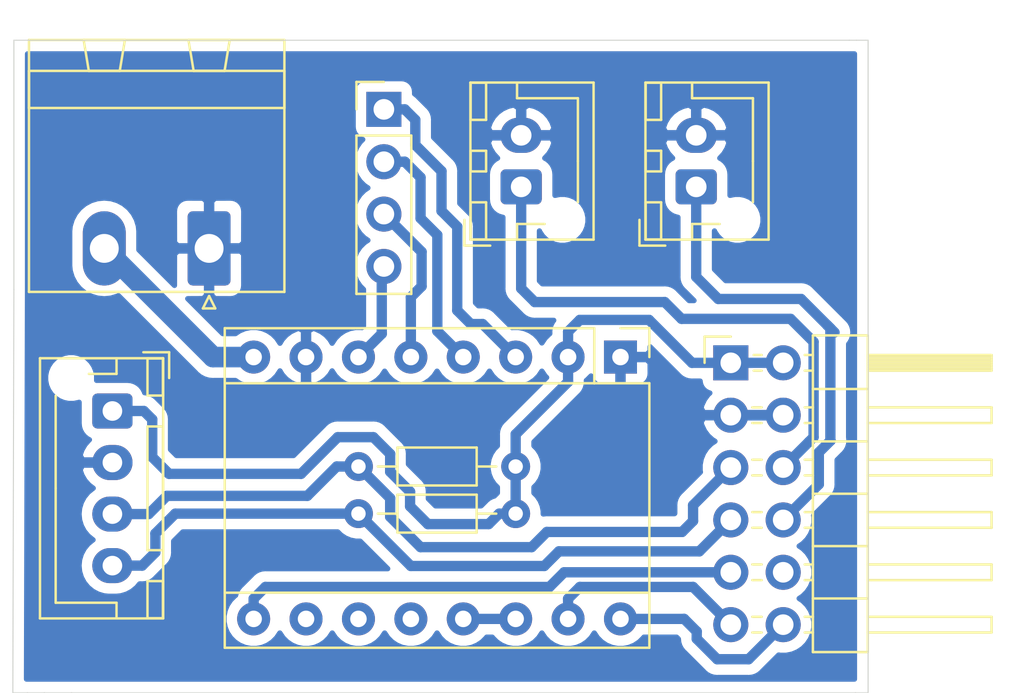
<source format=kicad_pcb>
(kicad_pcb (version 20171130) (host pcbnew "(5.1.6)-1")

  (general
    (thickness 1.6)
    (drawings 12)
    (tracks 113)
    (zones 0)
    (modules 9)
    (nets 20)
  )

  (page A4)
  (layers
    (0 F.Cu signal)
    (31 B.Cu signal)
    (32 B.Adhes user)
    (33 F.Adhes user)
    (34 B.Paste user)
    (35 F.Paste user)
    (36 B.SilkS user)
    (37 F.SilkS user)
    (38 B.Mask user)
    (39 F.Mask user)
    (40 Dwgs.User user)
    (41 Cmts.User user)
    (42 Eco1.User user)
    (43 Eco2.User user)
    (44 Edge.Cuts user)
    (45 Margin user)
    (46 B.CrtYd user)
    (47 F.CrtYd user)
    (48 B.Fab user)
    (49 F.Fab user)
  )

  (setup
    (last_trace_width 0.25)
    (trace_clearance 0.2)
    (zone_clearance 0.508)
    (zone_45_only no)
    (trace_min 0.2)
    (via_size 0.8)
    (via_drill 0.4)
    (via_min_size 0.4)
    (via_min_drill 0.3)
    (uvia_size 0.3)
    (uvia_drill 0.1)
    (uvias_allowed no)
    (uvia_min_size 0.2)
    (uvia_min_drill 0.1)
    (edge_width 0.05)
    (segment_width 0.2)
    (pcb_text_width 0.3)
    (pcb_text_size 1.5 1.5)
    (mod_edge_width 0.12)
    (mod_text_size 1 1)
    (mod_text_width 0.15)
    (pad_size 1.524 1.524)
    (pad_drill 0.762)
    (pad_to_mask_clearance 0.05)
    (aux_axis_origin 0 0)
    (visible_elements 7FFFFFFF)
    (pcbplotparams
      (layerselection 0x010fc_ffffffff)
      (usegerberextensions false)
      (usegerberattributes true)
      (usegerberadvancedattributes true)
      (creategerberjobfile true)
      (excludeedgelayer true)
      (linewidth 0.100000)
      (plotframeref false)
      (viasonmask false)
      (mode 1)
      (useauxorigin false)
      (hpglpennumber 1)
      (hpglpenspeed 20)
      (hpglpendiameter 15.000000)
      (psnegative false)
      (psa4output false)
      (plotreference true)
      (plotvalue true)
      (plotinvisibletext false)
      (padsonsilk false)
      (subtractmaskfromsilk false)
      (outputformat 1)
      (mirror false)
      (drillshape 1)
      (scaleselection 1)
      (outputdirectory ""))
  )

  (net 0 "")
  (net 1 dir)
  (net 2 +12V)
  (net 3 step)
  (net 4 GND)
  (net 5 "Net-(A1-Pad13)")
  (net 6 "Net-(A1-Pad6)")
  (net 7 "Net-(A1-Pad5)")
  (net 8 "Net-(A1-Pad12)")
  (net 9 "Net-(A1-Pad4)")
  (net 10 "Net-(A1-Pad11)")
  (net 11 "Net-(A1-Pad3)")
  (net 12 "Net-(A1-Pad10)")
  (net 13 +3V3)
  (net 14 ena)
  (net 15 scl)
  (net 16 sda)
  (net 17 stop2)
  (net 18 stop1)
  (net 19 "Net-(J2-Pad10)")

  (net_class Default "This is the default net class."
    (clearance 0.2)
    (trace_width 0.25)
    (via_dia 0.8)
    (via_drill 0.4)
    (uvia_dia 0.3)
    (uvia_drill 0.1)
    (add_net +12V)
    (add_net +3V3)
    (add_net GND)
    (add_net "Net-(A1-Pad10)")
    (add_net "Net-(A1-Pad11)")
    (add_net "Net-(A1-Pad12)")
    (add_net "Net-(A1-Pad13)")
    (add_net "Net-(A1-Pad3)")
    (add_net "Net-(A1-Pad4)")
    (add_net "Net-(A1-Pad5)")
    (add_net "Net-(A1-Pad6)")
    (add_net "Net-(J2-Pad10)")
    (add_net dir)
    (add_net ena)
    (add_net scl)
    (add_net sda)
    (add_net step)
    (add_net stop1)
    (add_net stop2)
  )

  (module Module:Pololu_Breakout-16_15.2x20.3mm (layer F.Cu) (tedit 58AB602C) (tstamp 61CBDF3A)
    (at 155.6385 94.107 270)
    (descr "Pololu Breakout 16-pin 15.2x20.3mm 0.6x0.8\\")
    (tags "Pololu Breakout")
    (path /61CBF7BC)
    (fp_text reference A1 (at 6.35 -2.54 90) (layer F.SilkS) hide
      (effects (font (size 1 1) (thickness 0.15)))
    )
    (fp_text value Pololu_Breakout_A4988 (at 6.35 20.17 90) (layer F.Fab)
      (effects (font (size 1 1) (thickness 0.15)))
    )
    (fp_line (start 14.21 19.3) (end -1.53 19.3) (layer F.CrtYd) (width 0.05))
    (fp_line (start 14.21 19.3) (end 14.21 -1.52) (layer F.CrtYd) (width 0.05))
    (fp_line (start -1.53 -1.52) (end -1.53 19.3) (layer F.CrtYd) (width 0.05))
    (fp_line (start -1.53 -1.52) (end 14.21 -1.52) (layer F.CrtYd) (width 0.05))
    (fp_line (start -1.27 19.05) (end -1.27 0) (layer F.Fab) (width 0.1))
    (fp_line (start 13.97 19.05) (end -1.27 19.05) (layer F.Fab) (width 0.1))
    (fp_line (start 13.97 -1.27) (end 13.97 19.05) (layer F.Fab) (width 0.1))
    (fp_line (start 0 -1.27) (end 13.97 -1.27) (layer F.Fab) (width 0.1))
    (fp_line (start -1.27 0) (end 0 -1.27) (layer F.Fab) (width 0.1))
    (fp_line (start 14.1 -1.4) (end 1.27 -1.4) (layer F.SilkS) (width 0.12))
    (fp_line (start 14.1 19.18) (end 14.1 -1.4) (layer F.SilkS) (width 0.12))
    (fp_line (start -1.4 19.18) (end 14.1 19.18) (layer F.SilkS) (width 0.12))
    (fp_line (start -1.4 1.27) (end -1.4 19.18) (layer F.SilkS) (width 0.12))
    (fp_line (start 1.27 1.27) (end -1.4 1.27) (layer F.SilkS) (width 0.12))
    (fp_line (start 1.27 -1.4) (end 1.27 1.27) (layer F.SilkS) (width 0.12))
    (fp_line (start -1.4 -1.4) (end -1.4 0) (layer F.SilkS) (width 0.12))
    (fp_line (start 0 -1.4) (end -1.4 -1.4) (layer F.SilkS) (width 0.12))
    (fp_line (start 1.27 1.27) (end 1.27 19.18) (layer F.SilkS) (width 0.12))
    (fp_line (start 11.43 -1.4) (end 11.43 19.18) (layer F.SilkS) (width 0.12))
    (fp_text user %R (at 6.35 0 90) (layer F.Fab)
      (effects (font (size 1 1) (thickness 0.15)))
    )
    (pad 16 thru_hole oval (at 12.7 0 270) (size 1.6 1.6) (drill 0.8) (layers *.Cu *.Mask)
      (net 1 dir))
    (pad 8 thru_hole oval (at 0 17.78 270) (size 1.6 1.6) (drill 0.8) (layers *.Cu *.Mask)
      (net 2 +12V))
    (pad 15 thru_hole oval (at 12.7 2.54 270) (size 1.6 1.6) (drill 0.8) (layers *.Cu *.Mask)
      (net 3 step))
    (pad 7 thru_hole oval (at 0 15.24 270) (size 1.6 1.6) (drill 0.8) (layers *.Cu *.Mask)
      (net 4 GND))
    (pad 14 thru_hole oval (at 12.7 5.08 270) (size 1.6 1.6) (drill 0.8) (layers *.Cu *.Mask)
      (net 5 "Net-(A1-Pad13)"))
    (pad 6 thru_hole oval (at 0 12.7 270) (size 1.6 1.6) (drill 0.8) (layers *.Cu *.Mask)
      (net 6 "Net-(A1-Pad6)"))
    (pad 13 thru_hole oval (at 12.7 7.62 270) (size 1.6 1.6) (drill 0.8) (layers *.Cu *.Mask)
      (net 5 "Net-(A1-Pad13)"))
    (pad 5 thru_hole oval (at 0 10.16 270) (size 1.6 1.6) (drill 0.8) (layers *.Cu *.Mask)
      (net 7 "Net-(A1-Pad5)"))
    (pad 12 thru_hole oval (at 12.7 10.16 270) (size 1.6 1.6) (drill 0.8) (layers *.Cu *.Mask)
      (net 8 "Net-(A1-Pad12)"))
    (pad 4 thru_hole oval (at 0 7.62 270) (size 1.6 1.6) (drill 0.8) (layers *.Cu *.Mask)
      (net 9 "Net-(A1-Pad4)"))
    (pad 11 thru_hole oval (at 12.7 12.7 270) (size 1.6 1.6) (drill 0.8) (layers *.Cu *.Mask)
      (net 10 "Net-(A1-Pad11)"))
    (pad 3 thru_hole oval (at 0 5.08 270) (size 1.6 1.6) (drill 0.8) (layers *.Cu *.Mask)
      (net 11 "Net-(A1-Pad3)"))
    (pad 10 thru_hole oval (at 12.7 15.24 270) (size 1.6 1.6) (drill 0.8) (layers *.Cu *.Mask)
      (net 12 "Net-(A1-Pad10)"))
    (pad 2 thru_hole oval (at 0 2.54 270) (size 1.6 1.6) (drill 0.8) (layers *.Cu *.Mask)
      (net 13 +3V3))
    (pad 9 thru_hole oval (at 12.7 17.78 270) (size 1.6 1.6) (drill 0.8) (layers *.Cu *.Mask)
      (net 14 ena))
    (pad 1 thru_hole rect (at 0 0 270) (size 1.6 1.6) (drill 0.8) (layers *.Cu *.Mask)
      (net 4 GND))
    (model ${KISYS3DMOD}/Module.3dshapes/Pololu_Breakout-16_15.2x20.3mm.wrl
      (at (xyz 0 0 0))
      (scale (xyz 1 1 1))
      (rotate (xyz 0 0 0))
    )
    (model ${KISYS3DMOD}/Connector_PinSocket_2.54mm.3dshapes/PinSocket_1x08_P2.54mm_Vertical.step
      (at (xyz 0 0 0))
      (scale (xyz 1 1 1))
      (rotate (xyz 0 0 0))
    )
    (model ${KISYS3DMOD}/Connector_PinSocket_2.54mm.3dshapes/PinSocket_1x08_P2.54mm_Vertical.step
      (offset (xyz 12.5 0 0))
      (scale (xyz 1 1 1))
      (rotate (xyz 0 0 0))
    )
    (model ${KISYS3DMOD}/Pololu_Breakout/stepstick.STEP
      (offset (xyz 64.7 -70 9))
      (scale (xyz 1 1 1))
      (rotate (xyz 0 0 -90))
    )
  )

  (module Connector_JST:JST_XH_B2B-XH-AM_1x02_P2.50mm_Vertical (layer F.Cu) (tedit 5C28146E) (tstamp 61CC005F)
    (at 159.3088 85.852 90)
    (descr "JST XH series connector, B2B-XH-AM, with boss (http://www.jst-mfg.com/product/pdf/eng/eXH.pdf), generated with kicad-footprint-generator")
    (tags "connector JST XH vertical boss")
    (path /61D0FA68)
    (fp_text reference J5 (at 1.25 -3.55 90) (layer F.SilkS) hide
      (effects (font (size 1 1) (thickness 0.15)))
    )
    (fp_text value "STOP2 CON" (at 1.25 4.6 90) (layer F.Fab)
      (effects (font (size 1 1) (thickness 0.15)))
    )
    (fp_line (start -2.85 -2.75) (end -2.85 -1.5) (layer F.SilkS) (width 0.12))
    (fp_line (start -1.6 -2.75) (end -2.85 -2.75) (layer F.SilkS) (width 0.12))
    (fp_line (start 4.3 2.75) (end 1.25 2.75) (layer F.SilkS) (width 0.12))
    (fp_line (start 4.3 -0.2) (end 4.3 2.75) (layer F.SilkS) (width 0.12))
    (fp_line (start 5.05 -0.2) (end 4.3 -0.2) (layer F.SilkS) (width 0.12))
    (fp_line (start 1.25 2.75) (end -0.74 2.75) (layer F.SilkS) (width 0.12))
    (fp_line (start -1.8 -0.2) (end -1.8 1.14) (layer F.SilkS) (width 0.12))
    (fp_line (start -2.55 -0.2) (end -1.8 -0.2) (layer F.SilkS) (width 0.12))
    (fp_line (start 5.05 -2.45) (end 3.25 -2.45) (layer F.SilkS) (width 0.12))
    (fp_line (start 5.05 -1.7) (end 5.05 -2.45) (layer F.SilkS) (width 0.12))
    (fp_line (start 3.25 -1.7) (end 5.05 -1.7) (layer F.SilkS) (width 0.12))
    (fp_line (start 3.25 -2.45) (end 3.25 -1.7) (layer F.SilkS) (width 0.12))
    (fp_line (start -0.75 -2.45) (end -2.55 -2.45) (layer F.SilkS) (width 0.12))
    (fp_line (start -0.75 -1.7) (end -0.75 -2.45) (layer F.SilkS) (width 0.12))
    (fp_line (start -2.55 -1.7) (end -0.75 -1.7) (layer F.SilkS) (width 0.12))
    (fp_line (start -2.55 -2.45) (end -2.55 -1.7) (layer F.SilkS) (width 0.12))
    (fp_line (start 1.75 -2.45) (end 0.75 -2.45) (layer F.SilkS) (width 0.12))
    (fp_line (start 1.75 -1.7) (end 1.75 -2.45) (layer F.SilkS) (width 0.12))
    (fp_line (start 0.75 -1.7) (end 1.75 -1.7) (layer F.SilkS) (width 0.12))
    (fp_line (start 0.75 -2.45) (end 0.75 -1.7) (layer F.SilkS) (width 0.12))
    (fp_line (start 0 -1.35) (end 0.625 -2.35) (layer F.Fab) (width 0.1))
    (fp_line (start -0.625 -2.35) (end 0 -1.35) (layer F.Fab) (width 0.1))
    (fp_line (start 5.45 -2.85) (end -2.95 -2.85) (layer F.CrtYd) (width 0.05))
    (fp_line (start 5.45 3.9) (end 5.45 -2.85) (layer F.CrtYd) (width 0.05))
    (fp_line (start -2.95 3.9) (end 5.45 3.9) (layer F.CrtYd) (width 0.05))
    (fp_line (start -2.95 -2.85) (end -2.95 3.9) (layer F.CrtYd) (width 0.05))
    (fp_line (start 5.06 -2.46) (end -2.56 -2.46) (layer F.SilkS) (width 0.12))
    (fp_line (start 5.06 3.51) (end 5.06 -2.46) (layer F.SilkS) (width 0.12))
    (fp_line (start -2.56 3.51) (end 5.06 3.51) (layer F.SilkS) (width 0.12))
    (fp_line (start -2.56 -2.46) (end -2.56 3.51) (layer F.SilkS) (width 0.12))
    (fp_line (start 4.95 -2.35) (end -2.45 -2.35) (layer F.Fab) (width 0.1))
    (fp_line (start 4.95 3.4) (end 4.95 -2.35) (layer F.Fab) (width 0.1))
    (fp_line (start -2.45 3.4) (end 4.95 3.4) (layer F.Fab) (width 0.1))
    (fp_line (start -2.45 -2.35) (end -2.45 3.4) (layer F.Fab) (width 0.1))
    (fp_text user %R (at 1.25 2.7 90) (layer F.Fab)
      (effects (font (size 1 1) (thickness 0.15)))
    )
    (pad "" np_thru_hole circle (at -1.6 2 90) (size 1.2 1.2) (drill 1.2) (layers *.Cu *.Mask))
    (pad 2 thru_hole oval (at 2.5 0 90) (size 1.7 2) (drill 1) (layers *.Cu *.Mask)
      (net 4 GND))
    (pad 1 thru_hole roundrect (at 0 0 90) (size 1.7 2) (drill 1) (layers *.Cu *.Mask) (roundrect_rratio 0.147059)
      (net 17 stop2))
    (model ${KISYS3DMOD}/Connector_JST.3dshapes/JST_XH_B2B-XH-AM_1x02_P2.50mm_Vertical.wrl
      (at (xyz 0 0 0))
      (scale (xyz 1 1 1))
      (rotate (xyz 0 0 0))
    )
    (model "${KISYS3DMOD}/JST.3dshapes/JST - XH - Thru (V) - 2Pin - 2.54mm.stp"
      (offset (xyz 1.2 0 0))
      (scale (xyz 1 1 1))
      (rotate (xyz 0 0 180))
    )
  )

  (module Connector_JST:JST_XH_B2B-XH-AM_1x02_P2.50mm_Vertical (layer F.Cu) (tedit 5C28146E) (tstamp 61CBFFE4)
    (at 150.8252 85.852 90)
    (descr "JST XH series connector, B2B-XH-AM, with boss (http://www.jst-mfg.com/product/pdf/eng/eXH.pdf), generated with kicad-footprint-generator")
    (tags "connector JST XH vertical boss")
    (path /61D0F319)
    (fp_text reference J4 (at 1.25 -3.55 90) (layer F.SilkS) hide
      (effects (font (size 1 1) (thickness 0.15)))
    )
    (fp_text value "STOP1 CON" (at 1.25 4.6 90) (layer F.Fab)
      (effects (font (size 1 1) (thickness 0.15)))
    )
    (fp_line (start -2.85 -2.75) (end -2.85 -1.5) (layer F.SilkS) (width 0.12))
    (fp_line (start -1.6 -2.75) (end -2.85 -2.75) (layer F.SilkS) (width 0.12))
    (fp_line (start 4.3 2.75) (end 1.25 2.75) (layer F.SilkS) (width 0.12))
    (fp_line (start 4.3 -0.2) (end 4.3 2.75) (layer F.SilkS) (width 0.12))
    (fp_line (start 5.05 -0.2) (end 4.3 -0.2) (layer F.SilkS) (width 0.12))
    (fp_line (start 1.25 2.75) (end -0.74 2.75) (layer F.SilkS) (width 0.12))
    (fp_line (start -1.8 -0.2) (end -1.8 1.14) (layer F.SilkS) (width 0.12))
    (fp_line (start -2.55 -0.2) (end -1.8 -0.2) (layer F.SilkS) (width 0.12))
    (fp_line (start 5.05 -2.45) (end 3.25 -2.45) (layer F.SilkS) (width 0.12))
    (fp_line (start 5.05 -1.7) (end 5.05 -2.45) (layer F.SilkS) (width 0.12))
    (fp_line (start 3.25 -1.7) (end 5.05 -1.7) (layer F.SilkS) (width 0.12))
    (fp_line (start 3.25 -2.45) (end 3.25 -1.7) (layer F.SilkS) (width 0.12))
    (fp_line (start -0.75 -2.45) (end -2.55 -2.45) (layer F.SilkS) (width 0.12))
    (fp_line (start -0.75 -1.7) (end -0.75 -2.45) (layer F.SilkS) (width 0.12))
    (fp_line (start -2.55 -1.7) (end -0.75 -1.7) (layer F.SilkS) (width 0.12))
    (fp_line (start -2.55 -2.45) (end -2.55 -1.7) (layer F.SilkS) (width 0.12))
    (fp_line (start 1.75 -2.45) (end 0.75 -2.45) (layer F.SilkS) (width 0.12))
    (fp_line (start 1.75 -1.7) (end 1.75 -2.45) (layer F.SilkS) (width 0.12))
    (fp_line (start 0.75 -1.7) (end 1.75 -1.7) (layer F.SilkS) (width 0.12))
    (fp_line (start 0.75 -2.45) (end 0.75 -1.7) (layer F.SilkS) (width 0.12))
    (fp_line (start 0 -1.35) (end 0.625 -2.35) (layer F.Fab) (width 0.1))
    (fp_line (start -0.625 -2.35) (end 0 -1.35) (layer F.Fab) (width 0.1))
    (fp_line (start 5.45 -2.85) (end -2.95 -2.85) (layer F.CrtYd) (width 0.05))
    (fp_line (start 5.45 3.9) (end 5.45 -2.85) (layer F.CrtYd) (width 0.05))
    (fp_line (start -2.95 3.9) (end 5.45 3.9) (layer F.CrtYd) (width 0.05))
    (fp_line (start -2.95 -2.85) (end -2.95 3.9) (layer F.CrtYd) (width 0.05))
    (fp_line (start 5.06 -2.46) (end -2.56 -2.46) (layer F.SilkS) (width 0.12))
    (fp_line (start 5.06 3.51) (end 5.06 -2.46) (layer F.SilkS) (width 0.12))
    (fp_line (start -2.56 3.51) (end 5.06 3.51) (layer F.SilkS) (width 0.12))
    (fp_line (start -2.56 -2.46) (end -2.56 3.51) (layer F.SilkS) (width 0.12))
    (fp_line (start 4.95 -2.35) (end -2.45 -2.35) (layer F.Fab) (width 0.1))
    (fp_line (start 4.95 3.4) (end 4.95 -2.35) (layer F.Fab) (width 0.1))
    (fp_line (start -2.45 3.4) (end 4.95 3.4) (layer F.Fab) (width 0.1))
    (fp_line (start -2.45 -2.35) (end -2.45 3.4) (layer F.Fab) (width 0.1))
    (fp_text user %R (at 1.25 2.7 90) (layer F.Fab)
      (effects (font (size 1 1) (thickness 0.15)))
    )
    (pad "" np_thru_hole circle (at -1.6 2 90) (size 1.2 1.2) (drill 1.2) (layers *.Cu *.Mask))
    (pad 2 thru_hole oval (at 2.5 0 90) (size 1.7 2) (drill 1) (layers *.Cu *.Mask)
      (net 4 GND))
    (pad 1 thru_hole roundrect (at 0 0 90) (size 1.7 2) (drill 1) (layers *.Cu *.Mask) (roundrect_rratio 0.147059)
      (net 18 stop1))
    (model ${KISYS3DMOD}/Connector_JST.3dshapes/JST_XH_B2B-XH-AM_1x02_P2.50mm_Vertical.wrl
      (at (xyz 0 0 0))
      (scale (xyz 1 1 1))
      (rotate (xyz 0 0 0))
    )
    (model "${KISYS3DMOD}/JST.3dshapes/JST - XH - Thru (V) - 2Pin - 2.54mm.stp"
      (offset (xyz 1.2 0 0))
      (scale (xyz 1 1 1))
      (rotate (xyz 0 0 180))
    )
  )

  (module Connector_JST:JST_XH_B4B-XH-AM_1x04_P2.50mm_Vertical (layer F.Cu) (tedit 5C28146E) (tstamp 61CBCD02)
    (at 131.0132 96.7232 270)
    (descr "JST XH series connector, B4B-XH-AM, with boss (http://www.jst-mfg.com/product/pdf/eng/eXH.pdf), generated with kicad-footprint-generator")
    (tags "connector JST XH vertical boss")
    (path /61CCA868)
    (fp_text reference J6 (at 3.75 -3.55 90) (layer F.SilkS) hide
      (effects (font (size 1 1) (thickness 0.15)))
    )
    (fp_text value "I2C CON" (at 3.75 4.6 90) (layer F.Fab)
      (effects (font (size 1 1) (thickness 0.15)))
    )
    (fp_line (start -2.85 -2.75) (end -2.85 -1.5) (layer F.SilkS) (width 0.12))
    (fp_line (start -1.6 -2.75) (end -2.85 -2.75) (layer F.SilkS) (width 0.12))
    (fp_line (start 9.3 2.75) (end 3.75 2.75) (layer F.SilkS) (width 0.12))
    (fp_line (start 9.3 -0.2) (end 9.3 2.75) (layer F.SilkS) (width 0.12))
    (fp_line (start 10.05 -0.2) (end 9.3 -0.2) (layer F.SilkS) (width 0.12))
    (fp_line (start 3.75 2.75) (end -0.74 2.75) (layer F.SilkS) (width 0.12))
    (fp_line (start -1.8 -0.2) (end -1.8 1.14) (layer F.SilkS) (width 0.12))
    (fp_line (start -2.55 -0.2) (end -1.8 -0.2) (layer F.SilkS) (width 0.12))
    (fp_line (start 10.05 -2.45) (end 8.25 -2.45) (layer F.SilkS) (width 0.12))
    (fp_line (start 10.05 -1.7) (end 10.05 -2.45) (layer F.SilkS) (width 0.12))
    (fp_line (start 8.25 -1.7) (end 10.05 -1.7) (layer F.SilkS) (width 0.12))
    (fp_line (start 8.25 -2.45) (end 8.25 -1.7) (layer F.SilkS) (width 0.12))
    (fp_line (start -0.75 -2.45) (end -2.55 -2.45) (layer F.SilkS) (width 0.12))
    (fp_line (start -0.75 -1.7) (end -0.75 -2.45) (layer F.SilkS) (width 0.12))
    (fp_line (start -2.55 -1.7) (end -0.75 -1.7) (layer F.SilkS) (width 0.12))
    (fp_line (start -2.55 -2.45) (end -2.55 -1.7) (layer F.SilkS) (width 0.12))
    (fp_line (start 6.75 -2.45) (end 0.75 -2.45) (layer F.SilkS) (width 0.12))
    (fp_line (start 6.75 -1.7) (end 6.75 -2.45) (layer F.SilkS) (width 0.12))
    (fp_line (start 0.75 -1.7) (end 6.75 -1.7) (layer F.SilkS) (width 0.12))
    (fp_line (start 0.75 -2.45) (end 0.75 -1.7) (layer F.SilkS) (width 0.12))
    (fp_line (start 0 -1.35) (end 0.625 -2.35) (layer F.Fab) (width 0.1))
    (fp_line (start -0.625 -2.35) (end 0 -1.35) (layer F.Fab) (width 0.1))
    (fp_line (start 10.45 -2.85) (end -2.95 -2.85) (layer F.CrtYd) (width 0.05))
    (fp_line (start 10.45 3.9) (end 10.45 -2.85) (layer F.CrtYd) (width 0.05))
    (fp_line (start -2.95 3.9) (end 10.45 3.9) (layer F.CrtYd) (width 0.05))
    (fp_line (start -2.95 -2.85) (end -2.95 3.9) (layer F.CrtYd) (width 0.05))
    (fp_line (start 10.06 -2.46) (end -2.56 -2.46) (layer F.SilkS) (width 0.12))
    (fp_line (start 10.06 3.51) (end 10.06 -2.46) (layer F.SilkS) (width 0.12))
    (fp_line (start -2.56 3.51) (end 10.06 3.51) (layer F.SilkS) (width 0.12))
    (fp_line (start -2.56 -2.46) (end -2.56 3.51) (layer F.SilkS) (width 0.12))
    (fp_line (start 9.95 -2.35) (end -2.45 -2.35) (layer F.Fab) (width 0.1))
    (fp_line (start 9.95 3.4) (end 9.95 -2.35) (layer F.Fab) (width 0.1))
    (fp_line (start -2.45 3.4) (end 9.95 3.4) (layer F.Fab) (width 0.1))
    (fp_line (start -2.45 -2.35) (end -2.45 3.4) (layer F.Fab) (width 0.1))
    (fp_text user %R (at 3.75 2.7 90) (layer F.Fab)
      (effects (font (size 1 1) (thickness 0.15)))
    )
    (pad "" np_thru_hole circle (at -1.6 2 270) (size 1.2 1.2) (drill 1.2) (layers *.Cu *.Mask))
    (pad 4 thru_hole oval (at 7.5 0 270) (size 1.7 1.95) (drill 0.95) (layers *.Cu *.Mask)
      (net 15 scl))
    (pad 3 thru_hole oval (at 5 0 270) (size 1.7 1.95) (drill 0.95) (layers *.Cu *.Mask)
      (net 16 sda))
    (pad 2 thru_hole oval (at 2.5 0 270) (size 1.7 1.95) (drill 0.95) (layers *.Cu *.Mask)
      (net 4 GND))
    (pad 1 thru_hole roundrect (at 0 0 270) (size 1.7 1.95) (drill 0.95) (layers *.Cu *.Mask) (roundrect_rratio 0.147059)
      (net 13 +3V3))
    (model ${KISYS3DMOD}/Connector_JST.3dshapes/JST_XH_B4B-XH-AM_1x04_P2.50mm_Vertical.wrl
      (at (xyz 0 0 0))
      (scale (xyz 1 1 1))
      (rotate (xyz 0 0 0))
    )
    (model "${KISYS3DMOD}/JST.3dshapes/JST - XH - Thru (V) - 4Pin - 2.54mm.stp"
      (offset (xyz 3.7 0 0))
      (scale (xyz 1 1 1))
      (rotate (xyz 0 0 180))
    )
  )

  (module Connector_Phoenix_MSTB:PhoenixContact_MSTBA_2,5_2-G-5,08_1x02_P5.08mm_Horizontal (layer F.Cu) (tedit 5B785047) (tstamp 61CBCC82)
    (at 135.6995 88.8365 180)
    (descr "Generic Phoenix Contact connector footprint for: MSTBA_2,5/2-G-5,08; number of pins: 02; pin pitch: 5.08mm; Angled || order number: 1757242 12A || order number: 1923869 16A (HC)")
    (tags "phoenix_contact connector MSTBA_01x02_G_5.08mm")
    (path /61CB87B3)
    (fp_text reference J3 (at 2.54 -3.2) (layer F.SilkS) hide
      (effects (font (size 1 1) (thickness 0.15)))
    )
    (fp_text value "SUPPLY CON" (at 2.54 11.2) (layer F.Fab)
      (effects (font (size 1 1) (thickness 0.15)))
    )
    (fp_line (start 0 -0.5) (end -0.95 -2) (layer F.Fab) (width 0.1))
    (fp_line (start 0.95 -2) (end 0 -0.5) (layer F.Fab) (width 0.1))
    (fp_line (start -0.3 -2.91) (end 0.3 -2.91) (layer F.SilkS) (width 0.12))
    (fp_line (start 0 -2.31) (end -0.3 -2.91) (layer F.SilkS) (width 0.12))
    (fp_line (start 0.3 -2.91) (end 0 -2.31) (layer F.SilkS) (width 0.12))
    (fp_line (start 9.12 -2.5) (end -4.04 -2.5) (layer F.CrtYd) (width 0.05))
    (fp_line (start 9.12 10.5) (end 9.12 -2.5) (layer F.CrtYd) (width 0.05))
    (fp_line (start -4.04 10.5) (end 9.12 10.5) (layer F.CrtYd) (width 0.05))
    (fp_line (start -4.04 -2.5) (end -4.04 10.5) (layer F.CrtYd) (width 0.05))
    (fp_line (start 4.33 8.61) (end 4.08 10.11) (layer F.SilkS) (width 0.12))
    (fp_line (start 5.83 8.61) (end 4.33 8.61) (layer F.SilkS) (width 0.12))
    (fp_line (start 6.08 10.11) (end 5.83 8.61) (layer F.SilkS) (width 0.12))
    (fp_line (start 4.08 10.11) (end 6.08 10.11) (layer F.SilkS) (width 0.12))
    (fp_line (start -0.75 8.61) (end -1 10.11) (layer F.SilkS) (width 0.12))
    (fp_line (start 0.75 8.61) (end -0.75 8.61) (layer F.SilkS) (width 0.12))
    (fp_line (start 1 10.11) (end 0.75 8.61) (layer F.SilkS) (width 0.12))
    (fp_line (start -1 10.11) (end 1 10.11) (layer F.SilkS) (width 0.12))
    (fp_line (start 8.73 8.61) (end -3.65 8.61) (layer F.SilkS) (width 0.12))
    (fp_line (start 8.73 6.81) (end 8.73 8.61) (layer F.SilkS) (width 0.12))
    (fp_line (start -3.65 6.81) (end 8.73 6.81) (layer F.SilkS) (width 0.12))
    (fp_line (start -3.65 8.61) (end -3.65 6.81) (layer F.SilkS) (width 0.12))
    (fp_line (start 8.62 -2) (end -3.54 -2) (layer F.Fab) (width 0.1))
    (fp_line (start 8.62 10) (end 8.62 -2) (layer F.Fab) (width 0.1))
    (fp_line (start -3.54 10) (end 8.62 10) (layer F.Fab) (width 0.1))
    (fp_line (start -3.54 -2) (end -3.54 10) (layer F.Fab) (width 0.1))
    (fp_line (start 8.73 -2.11) (end -3.65 -2.11) (layer F.SilkS) (width 0.12))
    (fp_line (start 8.73 10.11) (end 8.73 -2.11) (layer F.SilkS) (width 0.12))
    (fp_line (start -3.65 10.11) (end 8.73 10.11) (layer F.SilkS) (width 0.12))
    (fp_line (start -3.65 -2.11) (end -3.65 10.11) (layer F.SilkS) (width 0.12))
    (fp_text user %R (at 2.54 -1.3) (layer F.Fab)
      (effects (font (size 1 1) (thickness 0.15)))
    )
    (pad 2 thru_hole oval (at 5.08 0 180) (size 2.08 3.6) (drill 1.4) (layers *.Cu *.Mask)
      (net 2 +12V))
    (pad 1 thru_hole roundrect (at 0 0 180) (size 2.08 3.6) (drill 1.4) (layers *.Cu *.Mask) (roundrect_rratio 0.120192)
      (net 4 GND))
    (model ${KISYS3DMOD}/Connector_Phoenix_MSTB.3dshapes/PhoenixContact_MSTBA_2,5_2-G-5,08_1x02_P5.08mm_Horizontal.wrl
      (at (xyz 0 0 0))
      (scale (xyz 1 1 1))
      (rotate (xyz 0 0 0))
    )
  )

  (module Connector_PinHeader_2.54mm:PinHeader_2x06_P2.54mm_Horizontal locked (layer F.Cu) (tedit 59FED5CB) (tstamp 61CBB874)
    (at 160.9852 94.3864)
    (descr "Through hole angled pin header, 2x06, 2.54mm pitch, 6mm pin length, double rows")
    (tags "Through hole angled pin header THT 2x06 2.54mm double row")
    (path /61D1ACA3)
    (fp_text reference J2 (at 5.655 -2.27) (layer F.SilkS) hide
      (effects (font (size 1 1) (thickness 0.15)))
    )
    (fp_text value Conn_02x06_Odd_Even (at 5.655 14.97) (layer F.Fab)
      (effects (font (size 1 1) (thickness 0.15)))
    )
    (fp_line (start 13.1 -1.8) (end -1.8 -1.8) (layer F.CrtYd) (width 0.05))
    (fp_line (start 13.1 14.5) (end 13.1 -1.8) (layer F.CrtYd) (width 0.05))
    (fp_line (start -1.8 14.5) (end 13.1 14.5) (layer F.CrtYd) (width 0.05))
    (fp_line (start -1.8 -1.8) (end -1.8 14.5) (layer F.CrtYd) (width 0.05))
    (fp_line (start -1.27 -1.27) (end 0 -1.27) (layer F.SilkS) (width 0.12))
    (fp_line (start -1.27 0) (end -1.27 -1.27) (layer F.SilkS) (width 0.12))
    (fp_line (start 1.042929 13.08) (end 1.497071 13.08) (layer F.SilkS) (width 0.12))
    (fp_line (start 1.042929 12.32) (end 1.497071 12.32) (layer F.SilkS) (width 0.12))
    (fp_line (start 3.582929 13.08) (end 3.98 13.08) (layer F.SilkS) (width 0.12))
    (fp_line (start 3.582929 12.32) (end 3.98 12.32) (layer F.SilkS) (width 0.12))
    (fp_line (start 12.64 13.08) (end 6.64 13.08) (layer F.SilkS) (width 0.12))
    (fp_line (start 12.64 12.32) (end 12.64 13.08) (layer F.SilkS) (width 0.12))
    (fp_line (start 6.64 12.32) (end 12.64 12.32) (layer F.SilkS) (width 0.12))
    (fp_line (start 3.98 11.43) (end 6.64 11.43) (layer F.SilkS) (width 0.12))
    (fp_line (start 1.042929 10.54) (end 1.497071 10.54) (layer F.SilkS) (width 0.12))
    (fp_line (start 1.042929 9.78) (end 1.497071 9.78) (layer F.SilkS) (width 0.12))
    (fp_line (start 3.582929 10.54) (end 3.98 10.54) (layer F.SilkS) (width 0.12))
    (fp_line (start 3.582929 9.78) (end 3.98 9.78) (layer F.SilkS) (width 0.12))
    (fp_line (start 12.64 10.54) (end 6.64 10.54) (layer F.SilkS) (width 0.12))
    (fp_line (start 12.64 9.78) (end 12.64 10.54) (layer F.SilkS) (width 0.12))
    (fp_line (start 6.64 9.78) (end 12.64 9.78) (layer F.SilkS) (width 0.12))
    (fp_line (start 3.98 8.89) (end 6.64 8.89) (layer F.SilkS) (width 0.12))
    (fp_line (start 1.042929 8) (end 1.497071 8) (layer F.SilkS) (width 0.12))
    (fp_line (start 1.042929 7.24) (end 1.497071 7.24) (layer F.SilkS) (width 0.12))
    (fp_line (start 3.582929 8) (end 3.98 8) (layer F.SilkS) (width 0.12))
    (fp_line (start 3.582929 7.24) (end 3.98 7.24) (layer F.SilkS) (width 0.12))
    (fp_line (start 12.64 8) (end 6.64 8) (layer F.SilkS) (width 0.12))
    (fp_line (start 12.64 7.24) (end 12.64 8) (layer F.SilkS) (width 0.12))
    (fp_line (start 6.64 7.24) (end 12.64 7.24) (layer F.SilkS) (width 0.12))
    (fp_line (start 3.98 6.35) (end 6.64 6.35) (layer F.SilkS) (width 0.12))
    (fp_line (start 1.042929 5.46) (end 1.497071 5.46) (layer F.SilkS) (width 0.12))
    (fp_line (start 1.042929 4.7) (end 1.497071 4.7) (layer F.SilkS) (width 0.12))
    (fp_line (start 3.582929 5.46) (end 3.98 5.46) (layer F.SilkS) (width 0.12))
    (fp_line (start 3.582929 4.7) (end 3.98 4.7) (layer F.SilkS) (width 0.12))
    (fp_line (start 12.64 5.46) (end 6.64 5.46) (layer F.SilkS) (width 0.12))
    (fp_line (start 12.64 4.7) (end 12.64 5.46) (layer F.SilkS) (width 0.12))
    (fp_line (start 6.64 4.7) (end 12.64 4.7) (layer F.SilkS) (width 0.12))
    (fp_line (start 3.98 3.81) (end 6.64 3.81) (layer F.SilkS) (width 0.12))
    (fp_line (start 1.042929 2.92) (end 1.497071 2.92) (layer F.SilkS) (width 0.12))
    (fp_line (start 1.042929 2.16) (end 1.497071 2.16) (layer F.SilkS) (width 0.12))
    (fp_line (start 3.582929 2.92) (end 3.98 2.92) (layer F.SilkS) (width 0.12))
    (fp_line (start 3.582929 2.16) (end 3.98 2.16) (layer F.SilkS) (width 0.12))
    (fp_line (start 12.64 2.92) (end 6.64 2.92) (layer F.SilkS) (width 0.12))
    (fp_line (start 12.64 2.16) (end 12.64 2.92) (layer F.SilkS) (width 0.12))
    (fp_line (start 6.64 2.16) (end 12.64 2.16) (layer F.SilkS) (width 0.12))
    (fp_line (start 3.98 1.27) (end 6.64 1.27) (layer F.SilkS) (width 0.12))
    (fp_line (start 1.11 0.38) (end 1.497071 0.38) (layer F.SilkS) (width 0.12))
    (fp_line (start 1.11 -0.38) (end 1.497071 -0.38) (layer F.SilkS) (width 0.12))
    (fp_line (start 3.582929 0.38) (end 3.98 0.38) (layer F.SilkS) (width 0.12))
    (fp_line (start 3.582929 -0.38) (end 3.98 -0.38) (layer F.SilkS) (width 0.12))
    (fp_line (start 6.64 0.28) (end 12.64 0.28) (layer F.SilkS) (width 0.12))
    (fp_line (start 6.64 0.16) (end 12.64 0.16) (layer F.SilkS) (width 0.12))
    (fp_line (start 6.64 0.04) (end 12.64 0.04) (layer F.SilkS) (width 0.12))
    (fp_line (start 6.64 -0.08) (end 12.64 -0.08) (layer F.SilkS) (width 0.12))
    (fp_line (start 6.64 -0.2) (end 12.64 -0.2) (layer F.SilkS) (width 0.12))
    (fp_line (start 6.64 -0.32) (end 12.64 -0.32) (layer F.SilkS) (width 0.12))
    (fp_line (start 12.64 0.38) (end 6.64 0.38) (layer F.SilkS) (width 0.12))
    (fp_line (start 12.64 -0.38) (end 12.64 0.38) (layer F.SilkS) (width 0.12))
    (fp_line (start 6.64 -0.38) (end 12.64 -0.38) (layer F.SilkS) (width 0.12))
    (fp_line (start 6.64 -1.33) (end 3.98 -1.33) (layer F.SilkS) (width 0.12))
    (fp_line (start 6.64 14.03) (end 6.64 -1.33) (layer F.SilkS) (width 0.12))
    (fp_line (start 3.98 14.03) (end 6.64 14.03) (layer F.SilkS) (width 0.12))
    (fp_line (start 3.98 -1.33) (end 3.98 14.03) (layer F.SilkS) (width 0.12))
    (fp_line (start 6.58 13.02) (end 12.58 13.02) (layer F.Fab) (width 0.1))
    (fp_line (start 12.58 12.38) (end 12.58 13.02) (layer F.Fab) (width 0.1))
    (fp_line (start 6.58 12.38) (end 12.58 12.38) (layer F.Fab) (width 0.1))
    (fp_line (start -0.32 13.02) (end 4.04 13.02) (layer F.Fab) (width 0.1))
    (fp_line (start -0.32 12.38) (end -0.32 13.02) (layer F.Fab) (width 0.1))
    (fp_line (start -0.32 12.38) (end 4.04 12.38) (layer F.Fab) (width 0.1))
    (fp_line (start 6.58 10.48) (end 12.58 10.48) (layer F.Fab) (width 0.1))
    (fp_line (start 12.58 9.84) (end 12.58 10.48) (layer F.Fab) (width 0.1))
    (fp_line (start 6.58 9.84) (end 12.58 9.84) (layer F.Fab) (width 0.1))
    (fp_line (start -0.32 10.48) (end 4.04 10.48) (layer F.Fab) (width 0.1))
    (fp_line (start -0.32 9.84) (end -0.32 10.48) (layer F.Fab) (width 0.1))
    (fp_line (start -0.32 9.84) (end 4.04 9.84) (layer F.Fab) (width 0.1))
    (fp_line (start 6.58 7.94) (end 12.58 7.94) (layer F.Fab) (width 0.1))
    (fp_line (start 12.58 7.3) (end 12.58 7.94) (layer F.Fab) (width 0.1))
    (fp_line (start 6.58 7.3) (end 12.58 7.3) (layer F.Fab) (width 0.1))
    (fp_line (start -0.32 7.94) (end 4.04 7.94) (layer F.Fab) (width 0.1))
    (fp_line (start -0.32 7.3) (end -0.32 7.94) (layer F.Fab) (width 0.1))
    (fp_line (start -0.32 7.3) (end 4.04 7.3) (layer F.Fab) (width 0.1))
    (fp_line (start 6.58 5.4) (end 12.58 5.4) (layer F.Fab) (width 0.1))
    (fp_line (start 12.58 4.76) (end 12.58 5.4) (layer F.Fab) (width 0.1))
    (fp_line (start 6.58 4.76) (end 12.58 4.76) (layer F.Fab) (width 0.1))
    (fp_line (start -0.32 5.4) (end 4.04 5.4) (layer F.Fab) (width 0.1))
    (fp_line (start -0.32 4.76) (end -0.32 5.4) (layer F.Fab) (width 0.1))
    (fp_line (start -0.32 4.76) (end 4.04 4.76) (layer F.Fab) (width 0.1))
    (fp_line (start 6.58 2.86) (end 12.58 2.86) (layer F.Fab) (width 0.1))
    (fp_line (start 12.58 2.22) (end 12.58 2.86) (layer F.Fab) (width 0.1))
    (fp_line (start 6.58 2.22) (end 12.58 2.22) (layer F.Fab) (width 0.1))
    (fp_line (start -0.32 2.86) (end 4.04 2.86) (layer F.Fab) (width 0.1))
    (fp_line (start -0.32 2.22) (end -0.32 2.86) (layer F.Fab) (width 0.1))
    (fp_line (start -0.32 2.22) (end 4.04 2.22) (layer F.Fab) (width 0.1))
    (fp_line (start 6.58 0.32) (end 12.58 0.32) (layer F.Fab) (width 0.1))
    (fp_line (start 12.58 -0.32) (end 12.58 0.32) (layer F.Fab) (width 0.1))
    (fp_line (start 6.58 -0.32) (end 12.58 -0.32) (layer F.Fab) (width 0.1))
    (fp_line (start -0.32 0.32) (end 4.04 0.32) (layer F.Fab) (width 0.1))
    (fp_line (start -0.32 -0.32) (end -0.32 0.32) (layer F.Fab) (width 0.1))
    (fp_line (start -0.32 -0.32) (end 4.04 -0.32) (layer F.Fab) (width 0.1))
    (fp_line (start 4.04 -0.635) (end 4.675 -1.27) (layer F.Fab) (width 0.1))
    (fp_line (start 4.04 13.97) (end 4.04 -0.635) (layer F.Fab) (width 0.1))
    (fp_line (start 6.58 13.97) (end 4.04 13.97) (layer F.Fab) (width 0.1))
    (fp_line (start 6.58 -1.27) (end 6.58 13.97) (layer F.Fab) (width 0.1))
    (fp_line (start 4.675 -1.27) (end 6.58 -1.27) (layer F.Fab) (width 0.1))
    (fp_text user %R (at 5.31 6.35 90) (layer F.Fab)
      (effects (font (size 1 1) (thickness 0.15)))
    )
    (pad 12 thru_hole oval (at 2.54 12.7) (size 1.7 1.7) (drill 1) (layers *.Cu *.Mask)
      (net 1 dir))
    (pad 11 thru_hole oval (at 0 12.7) (size 1.7 1.7) (drill 1) (layers *.Cu *.Mask)
      (net 3 step))
    (pad 10 thru_hole oval (at 2.54 10.16) (size 1.7 1.7) (drill 1) (layers *.Cu *.Mask)
      (net 19 "Net-(J2-Pad10)"))
    (pad 9 thru_hole oval (at 0 10.16) (size 1.7 1.7) (drill 1) (layers *.Cu *.Mask)
      (net 14 ena))
    (pad 8 thru_hole oval (at 2.54 7.62) (size 1.7 1.7) (drill 1) (layers *.Cu *.Mask)
      (net 17 stop2))
    (pad 7 thru_hole oval (at 0 7.62) (size 1.7 1.7) (drill 1) (layers *.Cu *.Mask)
      (net 15 scl))
    (pad 6 thru_hole oval (at 2.54 5.08) (size 1.7 1.7) (drill 1) (layers *.Cu *.Mask)
      (net 18 stop1))
    (pad 5 thru_hole oval (at 0 5.08) (size 1.7 1.7) (drill 1) (layers *.Cu *.Mask)
      (net 16 sda))
    (pad 4 thru_hole oval (at 2.54 2.54) (size 1.7 1.7) (drill 1) (layers *.Cu *.Mask)
      (net 4 GND))
    (pad 3 thru_hole oval (at 0 2.54) (size 1.7 1.7) (drill 1) (layers *.Cu *.Mask)
      (net 4 GND))
    (pad 2 thru_hole oval (at 2.54 0) (size 1.7 1.7) (drill 1) (layers *.Cu *.Mask)
      (net 13 +3V3))
    (pad 1 thru_hole rect (at 0 0) (size 1.7 1.7) (drill 1) (layers *.Cu *.Mask)
      (net 13 +3V3))
    (model ${KISYS3DMOD}/Connector_PinHeader_2.54mm.3dshapes/PinHeader_2x06_P2.54mm_Horizontal.wrl
      (at (xyz 0 0 0))
      (scale (xyz 1 1 1))
      (rotate (xyz 0 0 0))
    )
  )

  (module Resistor_THT:R_Axial_DIN0204_L3.6mm_D1.6mm_P7.62mm_Horizontal (layer F.Cu) (tedit 5AE5139B) (tstamp 61CBB36B)
    (at 150.5585 101.7016 180)
    (descr "Resistor, Axial_DIN0204 series, Axial, Horizontal, pin pitch=7.62mm, 0.167W, length*diameter=3.6*1.6mm^2, http://cdn-reichelt.de/documents/datenblatt/B400/1_4W%23YAG.pdf")
    (tags "Resistor Axial_DIN0204 series Axial Horizontal pin pitch 7.62mm 0.167W length 3.6mm diameter 1.6mm")
    (path /61D05133)
    (fp_text reference R2 (at -2.0447 0.0508) (layer F.SilkS) hide
      (effects (font (size 1 1) (thickness 0.15)))
    )
    (fp_text value 4.7k (at 3.81 1.92) (layer F.Fab)
      (effects (font (size 1 1) (thickness 0.15)))
    )
    (fp_line (start 2.01 -0.8) (end 2.01 0.8) (layer F.Fab) (width 0.1))
    (fp_line (start 2.01 0.8) (end 5.61 0.8) (layer F.Fab) (width 0.1))
    (fp_line (start 5.61 0.8) (end 5.61 -0.8) (layer F.Fab) (width 0.1))
    (fp_line (start 5.61 -0.8) (end 2.01 -0.8) (layer F.Fab) (width 0.1))
    (fp_line (start 0 0) (end 2.01 0) (layer F.Fab) (width 0.1))
    (fp_line (start 7.62 0) (end 5.61 0) (layer F.Fab) (width 0.1))
    (fp_line (start 1.89 -0.92) (end 1.89 0.92) (layer F.SilkS) (width 0.12))
    (fp_line (start 1.89 0.92) (end 5.73 0.92) (layer F.SilkS) (width 0.12))
    (fp_line (start 5.73 0.92) (end 5.73 -0.92) (layer F.SilkS) (width 0.12))
    (fp_line (start 5.73 -0.92) (end 1.89 -0.92) (layer F.SilkS) (width 0.12))
    (fp_line (start 0.94 0) (end 1.89 0) (layer F.SilkS) (width 0.12))
    (fp_line (start 6.68 0) (end 5.73 0) (layer F.SilkS) (width 0.12))
    (fp_line (start -0.95 -1.05) (end -0.95 1.05) (layer F.CrtYd) (width 0.05))
    (fp_line (start -0.95 1.05) (end 8.57 1.05) (layer F.CrtYd) (width 0.05))
    (fp_line (start 8.57 1.05) (end 8.57 -1.05) (layer F.CrtYd) (width 0.05))
    (fp_line (start 8.57 -1.05) (end -0.95 -1.05) (layer F.CrtYd) (width 0.05))
    (fp_text user %R (at 3.81 0) (layer F.Fab)
      (effects (font (size 0.72 0.72) (thickness 0.108)))
    )
    (pad 1 thru_hole circle (at 0 0 180) (size 1.4 1.4) (drill 0.7) (layers *.Cu *.Mask)
      (net 13 +3V3))
    (pad 2 thru_hole oval (at 7.62 0 180) (size 1.4 1.4) (drill 0.7) (layers *.Cu *.Mask)
      (net 15 scl))
    (model ${KISYS3DMOD}/Resistor_THT.3dshapes/R_Axial_DIN0204_L3.6mm_D1.6mm_P7.62mm_Horizontal.wrl
      (at (xyz 0 0 0))
      (scale (xyz 1 1 1))
      (rotate (xyz 0 0 0))
    )
  )

  (module Resistor_THT:R_Axial_DIN0204_L3.6mm_D1.6mm_P7.62mm_Horizontal (layer F.Cu) (tedit 5AE5139B) (tstamp 61CBB354)
    (at 150.5585 99.4156 180)
    (descr "Resistor, Axial_DIN0204 series, Axial, Horizontal, pin pitch=7.62mm, 0.167W, length*diameter=3.6*1.6mm^2, http://cdn-reichelt.de/documents/datenblatt/B400/1_4W%23YAG.pdf")
    (tags "Resistor Axial_DIN0204 series Axial Horizontal pin pitch 7.62mm 0.167W length 3.6mm diameter 1.6mm")
    (path /61D04563)
    (fp_text reference R1 (at -2.0955 -0.0508) (layer F.SilkS) hide
      (effects (font (size 1 1) (thickness 0.15)))
    )
    (fp_text value 4.7k (at 3.81 1.92) (layer F.Fab)
      (effects (font (size 1 1) (thickness 0.15)))
    )
    (fp_line (start 2.01 -0.8) (end 2.01 0.8) (layer F.Fab) (width 0.1))
    (fp_line (start 2.01 0.8) (end 5.61 0.8) (layer F.Fab) (width 0.1))
    (fp_line (start 5.61 0.8) (end 5.61 -0.8) (layer F.Fab) (width 0.1))
    (fp_line (start 5.61 -0.8) (end 2.01 -0.8) (layer F.Fab) (width 0.1))
    (fp_line (start 0 0) (end 2.01 0) (layer F.Fab) (width 0.1))
    (fp_line (start 7.62 0) (end 5.61 0) (layer F.Fab) (width 0.1))
    (fp_line (start 1.89 -0.92) (end 1.89 0.92) (layer F.SilkS) (width 0.12))
    (fp_line (start 1.89 0.92) (end 5.73 0.92) (layer F.SilkS) (width 0.12))
    (fp_line (start 5.73 0.92) (end 5.73 -0.92) (layer F.SilkS) (width 0.12))
    (fp_line (start 5.73 -0.92) (end 1.89 -0.92) (layer F.SilkS) (width 0.12))
    (fp_line (start 0.94 0) (end 1.89 0) (layer F.SilkS) (width 0.12))
    (fp_line (start 6.68 0) (end 5.73 0) (layer F.SilkS) (width 0.12))
    (fp_line (start -0.95 -1.05) (end -0.95 1.05) (layer F.CrtYd) (width 0.05))
    (fp_line (start -0.95 1.05) (end 8.57 1.05) (layer F.CrtYd) (width 0.05))
    (fp_line (start 8.57 1.05) (end 8.57 -1.05) (layer F.CrtYd) (width 0.05))
    (fp_line (start 8.57 -1.05) (end -0.95 -1.05) (layer F.CrtYd) (width 0.05))
    (fp_text user %R (at 3.81 0) (layer F.Fab)
      (effects (font (size 0.72 0.72) (thickness 0.108)))
    )
    (pad 1 thru_hole circle (at 0 0 180) (size 1.4 1.4) (drill 0.7) (layers *.Cu *.Mask)
      (net 13 +3V3))
    (pad 2 thru_hole oval (at 7.62 0 180) (size 1.4 1.4) (drill 0.7) (layers *.Cu *.Mask)
      (net 16 sda))
    (model ${KISYS3DMOD}/Resistor_THT.3dshapes/R_Axial_DIN0204_L3.6mm_D1.6mm_P7.62mm_Horizontal.wrl
      (at (xyz 0 0 0))
      (scale (xyz 1 1 1))
      (rotate (xyz 0 0 0))
    )
  )

  (module Connector_PinHeader_2.54mm:PinHeader_1x04_P2.54mm_Vertical (layer F.Cu) (tedit 59FED5CC) (tstamp 61CBFF8D)
    (at 144.1704 82.0928)
    (descr "Through hole straight pin header, 1x04, 2.54mm pitch, single row")
    (tags "Through hole pin header THT 1x04 2.54mm single row")
    (path /61CB4AE2)
    (fp_text reference J1 (at 0 -2.33) (layer F.SilkS) hide
      (effects (font (size 1 1) (thickness 0.15)))
    )
    (fp_text value "MOTOR CON" (at 0 9.95) (layer F.Fab)
      (effects (font (size 1 1) (thickness 0.15)))
    )
    (fp_line (start 1.8 -1.8) (end -1.8 -1.8) (layer F.CrtYd) (width 0.05))
    (fp_line (start 1.8 9.4) (end 1.8 -1.8) (layer F.CrtYd) (width 0.05))
    (fp_line (start -1.8 9.4) (end 1.8 9.4) (layer F.CrtYd) (width 0.05))
    (fp_line (start -1.8 -1.8) (end -1.8 9.4) (layer F.CrtYd) (width 0.05))
    (fp_line (start -1.33 -1.33) (end 0 -1.33) (layer F.SilkS) (width 0.12))
    (fp_line (start -1.33 0) (end -1.33 -1.33) (layer F.SilkS) (width 0.12))
    (fp_line (start -1.33 1.27) (end 1.33 1.27) (layer F.SilkS) (width 0.12))
    (fp_line (start 1.33 1.27) (end 1.33 8.95) (layer F.SilkS) (width 0.12))
    (fp_line (start -1.33 1.27) (end -1.33 8.95) (layer F.SilkS) (width 0.12))
    (fp_line (start -1.33 8.95) (end 1.33 8.95) (layer F.SilkS) (width 0.12))
    (fp_line (start -1.27 -0.635) (end -0.635 -1.27) (layer F.Fab) (width 0.1))
    (fp_line (start -1.27 8.89) (end -1.27 -0.635) (layer F.Fab) (width 0.1))
    (fp_line (start 1.27 8.89) (end -1.27 8.89) (layer F.Fab) (width 0.1))
    (fp_line (start 1.27 -1.27) (end 1.27 8.89) (layer F.Fab) (width 0.1))
    (fp_line (start -0.635 -1.27) (end 1.27 -1.27) (layer F.Fab) (width 0.1))
    (fp_text user %R (at 0 3.81 90) (layer F.Fab)
      (effects (font (size 1 1) (thickness 0.15)))
    )
    (pad 4 thru_hole oval (at 0 7.62) (size 1.7 1.7) (drill 1) (layers *.Cu *.Mask)
      (net 6 "Net-(A1-Pad6)"))
    (pad 3 thru_hole oval (at 0 5.08) (size 1.7 1.7) (drill 1) (layers *.Cu *.Mask)
      (net 7 "Net-(A1-Pad5)"))
    (pad 2 thru_hole oval (at 0 2.54) (size 1.7 1.7) (drill 1) (layers *.Cu *.Mask)
      (net 9 "Net-(A1-Pad4)"))
    (pad 1 thru_hole rect (at 0 0) (size 1.7 1.7) (drill 1) (layers *.Cu *.Mask)
      (net 11 "Net-(A1-Pad3)"))
    (model ${KISYS3DMOD}/Connector_PinHeader_2.54mm.3dshapes/PinHeader_1x04_P2.54mm_Vertical.wrl
      (at (xyz 0 0 0))
      (scale (xyz 1 1 1))
      (rotate (xyz 0 0 0))
    )
  )

  (gr_line (start 167.64 110.3884) (end 167.0304 110.3884) (layer Edge.Cuts) (width 0.05) (tstamp 61CDC7BA))
  (gr_line (start 167.64 78.74) (end 167.64 110.3884) (layer Edge.Cuts) (width 0.05))
  (gr_line (start 167.0812 78.74) (end 167.64 78.74) (layer Edge.Cuts) (width 0.05))
  (gr_line (start 126.238 78.74) (end 126.9492 78.74) (layer Edge.Cuts) (width 0.05) (tstamp 61CC0875))
  (gr_line (start 126.238 90.8304) (end 126.238 78.74) (layer Edge.Cuts) (width 0.05))
  (gr_line (start 126.1872 110.3884) (end 126.238 90.8304) (layer Edge.Cuts) (width 0.05))
  (gr_line (start 126.8984 110.3884) (end 126.1872 110.3884) (layer Edge.Cuts) (width 0.05))
  (gr_line (start 127.7112 110.3884) (end 126.8984 110.3884) (layer Edge.Cuts) (width 0.05))
  (gr_line (start 129.032 110.3884) (end 127.7112 110.3884) (layer Edge.Cuts) (width 0.05))
  (gr_line (start 167.0304 110.3884) (end 129.032 110.3884) (layer Edge.Cuts) (width 0.05))
  (gr_line (start 166.7256 78.74) (end 167.0812 78.74) (layer Edge.Cuts) (width 0.05))
  (gr_line (start 126.9492 78.74) (end 166.7256 78.74) (layer Edge.Cuts) (width 0.05))

  (segment (start 161.8488 108.7628) (end 160.3248 108.7628) (width 0.5) (layer B.Cu) (net 1))
  (segment (start 163.5252 107.0864) (end 161.8488 108.7628) (width 0.5) (layer B.Cu) (net 1))
  (segment (start 155.6385 106.807) (end 158.7246 106.807) (width 0.5) (layer B.Cu) (net 1))
  (segment (start 158.7246 106.807) (end 159.3342 107.4166) (width 0.5) (layer B.Cu) (net 1))
  (segment (start 159.3342 107.4166) (end 159.3342 107.7722) (width 0.5) (layer B.Cu) (net 1))
  (segment (start 160.3248 108.7628) (end 159.3342 107.7722) (width 0.5) (layer B.Cu) (net 1))
  (segment (start 135.89 94.107) (end 137.8585 94.107) (width 1) (layer B.Cu) (net 2))
  (segment (start 130.6195 88.8365) (end 135.89 94.107) (width 1) (layer B.Cu) (net 2))
  (segment (start 153.67 105.2576) (end 159.1564 105.2576) (width 0.5) (layer B.Cu) (net 3))
  (segment (start 153.0985 106.807) (end 153.0985 105.8291) (width 0.5) (layer B.Cu) (net 3))
  (segment (start 159.1564 105.2576) (end 160.9852 107.0864) (width 0.5) (layer B.Cu) (net 3))
  (segment (start 153.0985 105.8291) (end 153.67 105.2576) (width 0.5) (layer B.Cu) (net 3))
  (segment (start 160.9852 96.9264) (end 163.5252 96.9264) (width 0.5) (layer B.Cu) (net 4))
  (segment (start 148.0185 106.807) (end 150.5585 106.807) (width 0.5) (layer B.Cu) (net 5))
  (segment (start 142.9385 94.107) (end 144.0688 92.9767) (width 0.5) (layer B.Cu) (net 6))
  (segment (start 144.0688 89.8144) (end 144.1704 89.7128) (width 0.5) (layer B.Cu) (net 6))
  (segment (start 144.0688 92.9767) (end 144.0688 89.8144) (width 0.5) (layer B.Cu) (net 6))
  (segment (start 145.4785 94.107) (end 145.4785 91.1987) (width 0.5) (layer B.Cu) (net 7))
  (segment (start 145.4785 91.1987) (end 145.9992 90.678) (width 0.5) (layer B.Cu) (net 7))
  (segment (start 145.9992 89.0016) (end 144.1704 87.1728) (width 0.5) (layer B.Cu) (net 7))
  (segment (start 145.9992 90.678) (end 145.9992 89.0016) (width 0.5) (layer B.Cu) (net 7))
  (segment (start 145.1864 84.6328) (end 144.1704 84.6328) (width 0.5) (layer B.Cu) (net 9))
  (segment (start 145.9484 87.376) (end 145.9484 85.3948) (width 0.5) (layer B.Cu) (net 9))
  (segment (start 148.0185 94.107) (end 146.7612 92.8497) (width 0.5) (layer B.Cu) (net 9))
  (segment (start 146.7612 92.8497) (end 146.7612 88.1888) (width 0.5) (layer B.Cu) (net 9))
  (segment (start 146.7612 88.1888) (end 145.9484 87.376) (width 0.5) (layer B.Cu) (net 9))
  (segment (start 145.9484 85.3948) (end 145.1864 84.6328) (width 0.5) (layer B.Cu) (net 9))
  (segment (start 150.5585 94.107) (end 148.9583 92.5068) (width 0.5) (layer B.Cu) (net 11))
  (segment (start 148.9583 92.5068) (end 148.3868 92.5068) (width 0.5) (layer B.Cu) (net 11))
  (segment (start 148.3868 92.5068) (end 147.7264 91.8464) (width 0.5) (layer B.Cu) (net 11))
  (segment (start 147.7264 91.8464) (end 147.7264 87.7824) (width 0.5) (layer B.Cu) (net 11))
  (segment (start 147.7264 87.7824) (end 146.9644 87.0204) (width 0.5) (layer B.Cu) (net 11))
  (segment (start 146.9644 87.0204) (end 146.9644 85.09) (width 0.5) (layer B.Cu) (net 11))
  (segment (start 146.9644 85.09) (end 145.6944 83.82) (width 0.5) (layer B.Cu) (net 11))
  (segment (start 144.1704 82.0928) (end 145.1864 82.0928) (width 0.5) (layer B.Cu) (net 11))
  (segment (start 145.6944 82.6008) (end 145.6944 83.82) (width 0.5) (layer B.Cu) (net 11))
  (segment (start 145.1864 82.0928) (end 145.6944 82.6008) (width 0.5) (layer B.Cu) (net 11))
  (segment (start 150.5585 99.4156) (end 150.5585 101.7016) (width 0.5) (layer B.Cu) (net 13))
  (segment (start 150.5585 99.4156) (end 150.5585 97.8535) (width 0.5) (layer B.Cu) (net 13))
  (segment (start 153.0985 95.3135) (end 153.0985 94.107) (width 0.5) (layer B.Cu) (net 13))
  (segment (start 150.5585 97.8535) (end 153.0985 95.3135) (width 0.5) (layer B.Cu) (net 13))
  (segment (start 150.5585 101.7016) (end 149.7584 101.7016) (width 0.5) (layer B.Cu) (net 13))
  (segment (start 149.7584 101.7016) (end 149.2504 102.2096) (width 0.5) (layer B.Cu) (net 13))
  (segment (start 149.2504 102.2096) (end 146.304 102.2096) (width 0.5) (layer B.Cu) (net 13))
  (segment (start 146.304 102.2096) (end 145.4404 101.346) (width 0.5) (layer B.Cu) (net 13))
  (segment (start 145.4404 101.346) (end 145.4404 100.6348) (width 0.5) (layer B.Cu) (net 13))
  (segment (start 145.4404 100.6348) (end 144.4752 99.6696) (width 0.5) (layer B.Cu) (net 13))
  (segment (start 144.4752 99.6696) (end 144.4752 98.806) (width 0.5) (layer B.Cu) (net 13))
  (segment (start 144.4752 98.806) (end 143.6624 97.9932) (width 0.5) (layer B.Cu) (net 13))
  (segment (start 143.6624 97.9932) (end 141.9352 97.9932) (width 0.5) (layer B.Cu) (net 13))
  (segment (start 141.9352 97.9932) (end 140.1572 99.7712) (width 0.5) (layer B.Cu) (net 13))
  (segment (start 140.1572 99.7712) (end 133.7564 99.7712) (width 0.5) (layer B.Cu) (net 13))
  (segment (start 133.7564 99.7712) (end 132.9436 98.9584) (width 0.5) (layer B.Cu) (net 13))
  (segment (start 132.9436 98.9584) (end 132.9436 97.1296) (width 0.5) (layer B.Cu) (net 13))
  (segment (start 132.5372 96.7232) (end 131.0132 96.7232) (width 0.5) (layer B.Cu) (net 13))
  (segment (start 132.9436 97.1296) (end 132.5372 96.7232) (width 0.5) (layer B.Cu) (net 13))
  (segment (start 160.9852 94.3864) (end 163.5252 94.3864) (width 0.5) (layer B.Cu) (net 13))
  (segment (start 160.9852 94.3864) (end 159.1056 94.3864) (width 0.5) (layer B.Cu) (net 13))
  (segment (start 159.1056 94.3864) (end 157.0228 92.3036) (width 0.5) (layer B.Cu) (net 13))
  (segment (start 157.0228 92.3036) (end 153.67 92.3036) (width 0.5) (layer B.Cu) (net 13))
  (segment (start 153.0985 92.8751) (end 153.0985 94.107) (width 0.5) (layer B.Cu) (net 13))
  (segment (start 153.67 92.3036) (end 153.0985 92.8751) (width 0.5) (layer B.Cu) (net 13))
  (segment (start 160.9852 104.5464) (end 152.908 104.5464) (width 0.5) (layer B.Cu) (net 14))
  (segment (start 152.908 104.5464) (end 152.1968 105.2576) (width 0.5) (layer B.Cu) (net 14))
  (segment (start 152.1968 105.2576) (end 138.43 105.2576) (width 0.5) (layer B.Cu) (net 14))
  (segment (start 137.8585 105.8291) (end 137.8585 106.807) (width 0.5) (layer B.Cu) (net 14))
  (segment (start 138.43 105.2576) (end 137.8585 105.8291) (width 0.5) (layer B.Cu) (net 14))
  (segment (start 145.4785 104.2416) (end 151.9428 104.2416) (width 0.5) (layer B.Cu) (net 15))
  (segment (start 142.9385 101.7016) (end 145.4785 104.2416) (width 0.5) (layer B.Cu) (net 15))
  (segment (start 142.9385 101.7016) (end 134.0612 101.7016) (width 0.5) (layer B.Cu) (net 15))
  (segment (start 134.0612 101.7016) (end 133.096 102.6668) (width 0.5) (layer B.Cu) (net 15))
  (segment (start 133.096 102.6668) (end 133.096 103.5812) (width 0.5) (layer B.Cu) (net 15))
  (segment (start 132.454 104.2232) (end 131.0132 104.2232) (width 0.5) (layer B.Cu) (net 15))
  (segment (start 133.096 103.5812) (end 132.454 104.2232) (width 0.5) (layer B.Cu) (net 15))
  (segment (start 160.9852 102.0064) (end 159.4612 103.5304) (width 0.5) (layer B.Cu) (net 15))
  (segment (start 152.654 103.5304) (end 151.9428 104.2416) (width 0.5) (layer B.Cu) (net 15))
  (segment (start 159.4612 103.5304) (end 152.654 103.5304) (width 0.5) (layer B.Cu) (net 15))
  (segment (start 145.9484 103.3272) (end 151.3332 103.3272) (width 0.5) (layer B.Cu) (net 16))
  (segment (start 144.4752 100.9523) (end 144.4752 101.854) (width 0.5) (layer B.Cu) (net 16))
  (segment (start 142.9385 99.4156) (end 144.4752 100.9523) (width 0.5) (layer B.Cu) (net 16))
  (segment (start 144.4752 101.854) (end 145.9484 103.3272) (width 0.5) (layer B.Cu) (net 16))
  (segment (start 133.6548 100.838) (end 132.7696 101.7232) (width 0.5) (layer B.Cu) (net 16))
  (segment (start 132.7696 101.7232) (end 131.0132 101.7232) (width 0.5) (layer B.Cu) (net 16))
  (segment (start 140.462 100.838) (end 133.6548 100.838) (width 0.5) (layer B.Cu) (net 16))
  (segment (start 142.9385 99.4156) (end 141.8844 99.4156) (width 0.5) (layer B.Cu) (net 16))
  (segment (start 141.8844 99.4156) (end 140.462 100.838) (width 0.5) (layer B.Cu) (net 16))
  (segment (start 160.9852 99.4664) (end 159.1564 101.2952) (width 0.5) (layer B.Cu) (net 16))
  (segment (start 159.1564 101.2952) (end 159.1564 102.0572) (width 0.5) (layer B.Cu) (net 16))
  (segment (start 158.623 102.5906) (end 152.0698 102.5906) (width 0.5) (layer B.Cu) (net 16))
  (segment (start 159.1564 102.0572) (end 158.623 102.5906) (width 0.5) (layer B.Cu) (net 16))
  (segment (start 151.3332 103.3272) (end 152.0698 102.5906) (width 0.5) (layer B.Cu) (net 16))
  (segment (start 163.5252 102.0064) (end 165.2524 100.2792) (width 0.5) (layer B.Cu) (net 17))
  (segment (start 164.3888 91.2876) (end 160.3756 91.2876) (width 0.5) (layer B.Cu) (net 17))
  (segment (start 159.3088 90.2208) (end 159.3088 85.852) (width 0.5) (layer B.Cu) (net 17))
  (segment (start 160.3756 91.2876) (end 159.3088 90.2208) (width 0.5) (layer B.Cu) (net 17))
  (segment (start 165.2524 99.4664) (end 165.2524 99.1616) (width 0.5) (layer B.Cu) (net 17))
  (segment (start 165.2524 99.4664) (end 165.2524 98.729163) (width 0.5) (layer B.Cu) (net 17))
  (segment (start 165.2524 100.2792) (end 165.2524 99.4664) (width 0.5) (layer B.Cu) (net 17))
  (segment (start 165.6588 92.5576) (end 165.8112 92.71) (width 0.5) (layer B.Cu) (net 17))
  (segment (start 165.6588 92.5576) (end 164.3888 91.2876) (width 0.5) (layer B.Cu) (net 17))
  (segment (start 166.0144 92.9132) (end 165.6588 92.5576) (width 0.5) (layer B.Cu) (net 17))
  (segment (start 165.8112 92.71) (end 165.8112 98.1456) (width 0.5) (layer B.Cu) (net 17))
  (segment (start 165.8112 98.1456) (end 165.823581 98.157981) (width 0.5) (layer B.Cu) (net 17))
  (segment (start 165.2524 98.729163) (end 165.823581 98.157981) (width 0.5) (layer B.Cu) (net 17))
  (segment (start 164.7698 98.2218) (end 163.5252 99.4664) (width 0.5) (layer B.Cu) (net 18))
  (segment (start 150.8252 90.7796) (end 150.8252 85.852) (width 0.5) (layer B.Cu) (net 18))
  (segment (start 151.4856 91.44) (end 150.8252 90.7796) (width 0.5) (layer B.Cu) (net 18))
  (segment (start 164.9984 97.9932) (end 164.9984 93.3704) (width 0.5) (layer B.Cu) (net 18))
  (segment (start 163.8808 92.2528) (end 158.5976 92.2528) (width 0.5) (layer B.Cu) (net 18))
  (segment (start 164.7698 98.2218) (end 164.9984 97.9932) (width 0.5) (layer B.Cu) (net 18))
  (segment (start 157.7848 91.44) (end 151.4856 91.44) (width 0.5) (layer B.Cu) (net 18))
  (segment (start 164.9984 93.3704) (end 163.8808 92.2528) (width 0.5) (layer B.Cu) (net 18))
  (segment (start 158.5976 92.2528) (end 157.7848 91.44) (width 0.5) (layer B.Cu) (net 18))

  (zone (net 4) (net_name GND) (layer B.Cu) (tstamp 0) (hatch edge 0.508)
    (connect_pads (clearance 0.508))
    (min_thickness 0.254)
    (fill yes (arc_segments 32) (thermal_gap 0.508) (thermal_bridge_width 0.508))
    (polygon
      (pts
        (xy 167.64 110.3884) (xy 126.1872 110.3884) (xy 126.238 78.74) (xy 167.64 78.74)
      )
    )
    (filled_polygon
      (pts
        (xy 166.980001 109.7284) (xy 126.848916 109.7284) (xy 126.887167 95.001563) (xy 127.7782 95.001563) (xy 127.7782 95.244837)
        (xy 127.82566 95.483436) (xy 127.918757 95.708192) (xy 128.053913 95.910467) (xy 128.225933 96.082487) (xy 128.428208 96.217643)
        (xy 128.652964 96.31074) (xy 128.891563 96.3582) (xy 129.134837 96.3582) (xy 129.373436 96.31074) (xy 129.400128 96.299684)
        (xy 129.400128 97.3232) (xy 129.417192 97.496454) (xy 129.467728 97.66305) (xy 129.549795 97.816586) (xy 129.660238 97.951162)
        (xy 129.794814 98.061605) (xy 129.900161 98.117914) (xy 129.878771 98.134151) (xy 129.685704 98.352007) (xy 129.538848 98.603342)
        (xy 129.446724 98.86631) (xy 129.568045 99.0962) (xy 130.8862 99.0962) (xy 130.8862 99.0762) (xy 131.1402 99.0762)
        (xy 131.1402 99.0962) (xy 131.1602 99.0962) (xy 131.1602 99.3502) (xy 131.1402 99.3502) (xy 131.1402 99.3702)
        (xy 130.8862 99.3702) (xy 130.8862 99.3502) (xy 129.568045 99.3502) (xy 129.446724 99.58009) (xy 129.538848 99.843058)
        (xy 129.685704 100.094393) (xy 129.878771 100.312249) (xy 130.084922 100.468738) (xy 130.059186 100.482494) (xy 129.833066 100.668066)
        (xy 129.647494 100.894186) (xy 129.509601 101.152166) (xy 129.424687 101.432089) (xy 129.396015 101.7232) (xy 129.424687 102.014311)
        (xy 129.509601 102.294234) (xy 129.647494 102.552214) (xy 129.833066 102.778334) (xy 130.059186 102.963906) (xy 130.076574 102.9732)
        (xy 130.059186 102.982494) (xy 129.833066 103.168066) (xy 129.647494 103.394186) (xy 129.509601 103.652166) (xy 129.424687 103.932089)
        (xy 129.396015 104.2232) (xy 129.424687 104.514311) (xy 129.509601 104.794234) (xy 129.647494 105.052214) (xy 129.833066 105.278334)
        (xy 130.059186 105.463906) (xy 130.317166 105.601799) (xy 130.597089 105.686713) (xy 130.81525 105.7082) (xy 131.21115 105.7082)
        (xy 131.429311 105.686713) (xy 131.709234 105.601799) (xy 131.967214 105.463906) (xy 132.193334 105.278334) (xy 132.332959 105.1082)
        (xy 132.410531 105.1082) (xy 132.454 105.112481) (xy 132.497469 105.1082) (xy 132.497477 105.1082) (xy 132.62749 105.095395)
        (xy 132.794313 105.044789) (xy 132.948059 104.962611) (xy 133.082817 104.852017) (xy 133.110534 104.818244) (xy 133.691049 104.23773)
        (xy 133.724817 104.210017) (xy 133.794223 104.125447) (xy 133.83541 104.07526) (xy 133.839232 104.06811) (xy 133.917589 103.921513)
        (xy 133.968195 103.75469) (xy 133.981 103.624677) (xy 133.981 103.624667) (xy 133.985281 103.581201) (xy 133.981 103.537735)
        (xy 133.981 103.033378) (xy 134.427779 102.5866) (xy 141.935525 102.5866) (xy 142.087487 102.738562) (xy 142.306141 102.884661)
        (xy 142.549095 102.985296) (xy 142.807014 103.0366) (xy 143.021922 103.0366) (xy 144.357921 104.3726) (xy 138.473466 104.3726)
        (xy 138.429999 104.368319) (xy 138.386533 104.3726) (xy 138.386523 104.3726) (xy 138.25651 104.385405) (xy 138.089687 104.436011)
        (xy 137.935941 104.518189) (xy 137.801183 104.628783) (xy 137.773468 104.662554) (xy 137.263456 105.172566) (xy 137.229683 105.200283)
        (xy 137.119089 105.335042) (xy 137.036911 105.488788) (xy 136.986305 105.655611) (xy 136.985429 105.664508) (xy 136.943741 105.692363)
        (xy 136.743863 105.892241) (xy 136.58682 106.127273) (xy 136.478647 106.388426) (xy 136.4235 106.665665) (xy 136.4235 106.948335)
        (xy 136.478647 107.225574) (xy 136.58682 107.486727) (xy 136.743863 107.721759) (xy 136.943741 107.921637) (xy 137.178773 108.07868)
        (xy 137.439926 108.186853) (xy 137.717165 108.242) (xy 137.999835 108.242) (xy 138.277074 108.186853) (xy 138.538227 108.07868)
        (xy 138.773259 107.921637) (xy 138.973137 107.721759) (xy 139.1285 107.489241) (xy 139.283863 107.721759) (xy 139.483741 107.921637)
        (xy 139.718773 108.07868) (xy 139.979926 108.186853) (xy 140.257165 108.242) (xy 140.539835 108.242) (xy 140.817074 108.186853)
        (xy 141.078227 108.07868) (xy 141.313259 107.921637) (xy 141.513137 107.721759) (xy 141.6685 107.489241) (xy 141.823863 107.721759)
        (xy 142.023741 107.921637) (xy 142.258773 108.07868) (xy 142.519926 108.186853) (xy 142.797165 108.242) (xy 143.079835 108.242)
        (xy 143.357074 108.186853) (xy 143.618227 108.07868) (xy 143.853259 107.921637) (xy 144.053137 107.721759) (xy 144.2085 107.489241)
        (xy 144.363863 107.721759) (xy 144.563741 107.921637) (xy 144.798773 108.07868) (xy 145.059926 108.186853) (xy 145.337165 108.242)
        (xy 145.619835 108.242) (xy 145.897074 108.186853) (xy 146.158227 108.07868) (xy 146.393259 107.921637) (xy 146.593137 107.721759)
        (xy 146.7485 107.489241) (xy 146.903863 107.721759) (xy 147.103741 107.921637) (xy 147.338773 108.07868) (xy 147.599926 108.186853)
        (xy 147.877165 108.242) (xy 148.159835 108.242) (xy 148.437074 108.186853) (xy 148.698227 108.07868) (xy 148.933259 107.921637)
        (xy 149.133137 107.721759) (xy 149.153021 107.692) (xy 149.423979 107.692) (xy 149.443863 107.721759) (xy 149.643741 107.921637)
        (xy 149.878773 108.07868) (xy 150.139926 108.186853) (xy 150.417165 108.242) (xy 150.699835 108.242) (xy 150.977074 108.186853)
        (xy 151.238227 108.07868) (xy 151.473259 107.921637) (xy 151.673137 107.721759) (xy 151.8285 107.489241) (xy 151.983863 107.721759)
        (xy 152.183741 107.921637) (xy 152.418773 108.07868) (xy 152.679926 108.186853) (xy 152.957165 108.242) (xy 153.239835 108.242)
        (xy 153.517074 108.186853) (xy 153.778227 108.07868) (xy 154.013259 107.921637) (xy 154.213137 107.721759) (xy 154.3685 107.489241)
        (xy 154.523863 107.721759) (xy 154.723741 107.921637) (xy 154.958773 108.07868) (xy 155.219926 108.186853) (xy 155.497165 108.242)
        (xy 155.779835 108.242) (xy 156.057074 108.186853) (xy 156.318227 108.07868) (xy 156.553259 107.921637) (xy 156.753137 107.721759)
        (xy 156.773021 107.692) (xy 158.358022 107.692) (xy 158.445651 107.779629) (xy 158.4492 107.815669) (xy 158.4492 107.815677)
        (xy 158.462005 107.94569) (xy 158.512611 108.112513) (xy 158.594789 108.266259) (xy 158.705384 108.401017) (xy 158.739151 108.428729)
        (xy 159.66827 109.357849) (xy 159.695983 109.391617) (xy 159.729751 109.41933) (xy 159.729753 109.419332) (xy 159.801252 109.47801)
        (xy 159.830741 109.502211) (xy 159.984487 109.584389) (xy 160.100703 109.619643) (xy 160.151309 109.634995) (xy 160.166106 109.636452)
        (xy 160.281323 109.6478) (xy 160.281331 109.6478) (xy 160.3248 109.652081) (xy 160.368269 109.6478) (xy 161.805331 109.6478)
        (xy 161.8488 109.652081) (xy 161.892269 109.6478) (xy 161.892277 109.6478) (xy 162.02229 109.634995) (xy 162.189113 109.584389)
        (xy 162.342859 109.502211) (xy 162.477617 109.391617) (xy 162.505334 109.357844) (xy 163.30624 108.556939) (xy 163.37894 108.5714)
        (xy 163.67146 108.5714) (xy 163.958358 108.514332) (xy 164.228611 108.40239) (xy 164.471832 108.239875) (xy 164.678675 108.033032)
        (xy 164.84119 107.789811) (xy 164.953132 107.519558) (xy 165.0102 107.23266) (xy 165.0102 106.94014) (xy 164.953132 106.653242)
        (xy 164.84119 106.382989) (xy 164.678675 106.139768) (xy 164.471832 105.932925) (xy 164.29744 105.8164) (xy 164.471832 105.699875)
        (xy 164.678675 105.493032) (xy 164.84119 105.249811) (xy 164.953132 104.979558) (xy 165.0102 104.69266) (xy 165.0102 104.40014)
        (xy 164.953132 104.113242) (xy 164.84119 103.842989) (xy 164.678675 103.599768) (xy 164.471832 103.392925) (xy 164.29744 103.2764)
        (xy 164.471832 103.159875) (xy 164.678675 102.953032) (xy 164.84119 102.709811) (xy 164.953132 102.439558) (xy 165.0102 102.15266)
        (xy 165.0102 101.86014) (xy 164.995739 101.78744) (xy 165.84745 100.935729) (xy 165.881217 100.908017) (xy 165.926431 100.852925)
        (xy 165.991811 100.773259) (xy 166.073989 100.619514) (xy 166.124595 100.45269) (xy 166.127053 100.427732) (xy 166.1374 100.322677)
        (xy 166.1374 100.322669) (xy 166.141681 100.2792) (xy 166.1374 100.235731) (xy 166.1374 99.095741) (xy 166.418628 98.814512)
        (xy 166.452398 98.786798) (xy 166.496868 98.732611) (xy 166.562992 98.65204) (xy 166.64517 98.498294) (xy 166.695776 98.331471)
        (xy 166.712862 98.15798) (xy 166.6962 97.988795) (xy 166.6962 93.477457) (xy 166.75381 93.407258) (xy 166.835988 93.253513)
        (xy 166.886594 93.086689) (xy 166.903681 92.913199) (xy 166.886594 92.739709) (xy 166.835988 92.572886) (xy 166.75381 92.419141)
        (xy 166.670932 92.318154) (xy 166.467732 92.114954) (xy 166.440017 92.081183) (xy 166.406245 92.053467) (xy 166.315337 91.962559)
        (xy 166.315332 91.962553) (xy 165.045334 90.692556) (xy 165.017617 90.658783) (xy 164.882859 90.548189) (xy 164.729113 90.466011)
        (xy 164.56229 90.415405) (xy 164.432277 90.4026) (xy 164.432269 90.4026) (xy 164.3888 90.398319) (xy 164.345331 90.4026)
        (xy 160.742179 90.4026) (xy 160.1938 89.854222) (xy 160.1938 87.987363) (xy 160.214357 88.036992) (xy 160.349513 88.239267)
        (xy 160.521533 88.411287) (xy 160.723808 88.546443) (xy 160.948564 88.63954) (xy 161.187163 88.687) (xy 161.430437 88.687)
        (xy 161.669036 88.63954) (xy 161.893792 88.546443) (xy 162.096067 88.411287) (xy 162.268087 88.239267) (xy 162.403243 88.036992)
        (xy 162.49634 87.812236) (xy 162.5438 87.573637) (xy 162.5438 87.330363) (xy 162.49634 87.091764) (xy 162.403243 86.867008)
        (xy 162.268087 86.664733) (xy 162.096067 86.492713) (xy 161.893792 86.357557) (xy 161.669036 86.26446) (xy 161.430437 86.217)
        (xy 161.187163 86.217) (xy 160.948564 86.26446) (xy 160.946872 86.265161) (xy 160.946872 85.252) (xy 160.929808 85.078746)
        (xy 160.879272 84.91215) (xy 160.797205 84.758614) (xy 160.686762 84.624038) (xy 160.552186 84.513595) (xy 160.450207 84.459086)
        (xy 160.450595 84.458802) (xy 160.647464 84.244046) (xy 160.798654 83.995009) (xy 160.898354 83.721261) (xy 160.900276 83.70889)
        (xy 160.778955 83.479) (xy 159.4358 83.479) (xy 159.4358 83.499) (xy 159.1818 83.499) (xy 159.1818 83.479)
        (xy 157.838645 83.479) (xy 157.717324 83.70889) (xy 157.719246 83.721261) (xy 157.818946 83.995009) (xy 157.970136 84.244046)
        (xy 158.167005 84.458802) (xy 158.167393 84.459086) (xy 158.065414 84.513595) (xy 157.930838 84.624038) (xy 157.820395 84.758614)
        (xy 157.738328 84.91215) (xy 157.687792 85.078746) (xy 157.670728 85.252) (xy 157.670728 86.452) (xy 157.687792 86.625254)
        (xy 157.738328 86.79185) (xy 157.820395 86.945386) (xy 157.930838 87.079962) (xy 158.065414 87.190405) (xy 158.21895 87.272472)
        (xy 158.385546 87.323008) (xy 158.423801 87.326776) (xy 158.4238 90.177331) (xy 158.419519 90.2208) (xy 158.4238 90.264269)
        (xy 158.4238 90.264276) (xy 158.433251 90.360236) (xy 158.436605 90.39429) (xy 158.443255 90.416211) (xy 158.487211 90.561112)
        (xy 158.569389 90.714858) (xy 158.679983 90.849617) (xy 158.713756 90.877334) (xy 159.204222 91.3678) (xy 158.964179 91.3678)
        (xy 158.441334 90.844956) (xy 158.413617 90.811183) (xy 158.278859 90.700589) (xy 158.125113 90.618411) (xy 157.95829 90.567805)
        (xy 157.828277 90.555) (xy 157.828269 90.555) (xy 157.7848 90.550719) (xy 157.741331 90.555) (xy 151.852179 90.555)
        (xy 151.7102 90.413022) (xy 151.7102 87.987363) (xy 151.730757 88.036992) (xy 151.865913 88.239267) (xy 152.037933 88.411287)
        (xy 152.240208 88.546443) (xy 152.464964 88.63954) (xy 152.703563 88.687) (xy 152.946837 88.687) (xy 153.185436 88.63954)
        (xy 153.410192 88.546443) (xy 153.612467 88.411287) (xy 153.784487 88.239267) (xy 153.919643 88.036992) (xy 154.01274 87.812236)
        (xy 154.0602 87.573637) (xy 154.0602 87.330363) (xy 154.01274 87.091764) (xy 153.919643 86.867008) (xy 153.784487 86.664733)
        (xy 153.612467 86.492713) (xy 153.410192 86.357557) (xy 153.185436 86.26446) (xy 152.946837 86.217) (xy 152.703563 86.217)
        (xy 152.464964 86.26446) (xy 152.463272 86.265161) (xy 152.463272 85.252) (xy 152.446208 85.078746) (xy 152.395672 84.91215)
        (xy 152.313605 84.758614) (xy 152.203162 84.624038) (xy 152.068586 84.513595) (xy 151.966607 84.459086) (xy 151.966995 84.458802)
        (xy 152.163864 84.244046) (xy 152.315054 83.995009) (xy 152.414754 83.721261) (xy 152.416676 83.70889) (xy 152.295355 83.479)
        (xy 150.9522 83.479) (xy 150.9522 83.499) (xy 150.6982 83.499) (xy 150.6982 83.479) (xy 149.355045 83.479)
        (xy 149.233724 83.70889) (xy 149.235646 83.721261) (xy 149.335346 83.995009) (xy 149.486536 84.244046) (xy 149.683405 84.458802)
        (xy 149.683793 84.459086) (xy 149.581814 84.513595) (xy 149.447238 84.624038) (xy 149.336795 84.758614) (xy 149.254728 84.91215)
        (xy 149.204192 85.078746) (xy 149.187128 85.252) (xy 149.187128 86.452) (xy 149.204192 86.625254) (xy 149.254728 86.79185)
        (xy 149.336795 86.945386) (xy 149.447238 87.079962) (xy 149.581814 87.190405) (xy 149.73535 87.272472) (xy 149.901946 87.323008)
        (xy 149.940201 87.326776) (xy 149.9402 90.736131) (xy 149.935919 90.7796) (xy 149.9402 90.823069) (xy 149.9402 90.823076)
        (xy 149.951412 90.936914) (xy 149.953005 90.95309) (xy 149.966007 90.99595) (xy 150.003611 91.119912) (xy 150.085789 91.273658)
        (xy 150.196383 91.408417) (xy 150.230156 91.436134) (xy 150.82907 92.035049) (xy 150.856783 92.068817) (xy 150.890551 92.09653)
        (xy 150.890553 92.096532) (xy 150.991541 92.179411) (xy 151.145286 92.261589) (xy 151.28378 92.303601) (xy 151.31211 92.312195)
        (xy 151.442123 92.325) (xy 151.442131 92.325) (xy 151.4856 92.329281) (xy 151.529069 92.325) (xy 152.405082 92.325)
        (xy 152.359089 92.381042) (xy 152.276911 92.534788) (xy 152.241657 92.651004) (xy 152.235288 92.672) (xy 152.226305 92.701611)
        (xy 152.2135 92.831624) (xy 152.2135 92.831631) (xy 152.209219 92.8751) (xy 152.2135 92.91857) (xy 152.2135 92.972479)
        (xy 152.183741 92.992363) (xy 151.983863 93.192241) (xy 151.8285 93.424759) (xy 151.673137 93.192241) (xy 151.473259 92.992363)
        (xy 151.238227 92.83532) (xy 150.977074 92.727147) (xy 150.699835 92.672) (xy 150.417165 92.672) (xy 150.382061 92.678983)
        (xy 149.614834 91.911756) (xy 149.587117 91.877983) (xy 149.452359 91.767389) (xy 149.298613 91.685211) (xy 149.13179 91.634605)
        (xy 149.001777 91.6218) (xy 149.001769 91.6218) (xy 148.9583 91.617519) (xy 148.914831 91.6218) (xy 148.753379 91.6218)
        (xy 148.6114 91.479822) (xy 148.6114 87.825869) (xy 148.615681 87.7824) (xy 148.6114 87.738931) (xy 148.6114 87.738923)
        (xy 148.598595 87.60891) (xy 148.547989 87.442087) (xy 148.465811 87.288341) (xy 148.395371 87.20251) (xy 148.382932 87.187353)
        (xy 148.38293 87.187351) (xy 148.355217 87.153583) (xy 148.321449 87.12587) (xy 147.8494 86.653822) (xy 147.8494 85.133465)
        (xy 147.853681 85.089999) (xy 147.8494 85.046533) (xy 147.8494 85.046523) (xy 147.836595 84.91651) (xy 147.785989 84.749687)
        (xy 147.703811 84.595941) (xy 147.593217 84.461183) (xy 147.559449 84.43347) (xy 146.5794 83.453422) (xy 146.5794 82.99511)
        (xy 149.233724 82.99511) (xy 149.355045 83.225) (xy 150.6982 83.225) (xy 150.6982 82.024768) (xy 150.9522 82.024768)
        (xy 150.9522 83.225) (xy 152.295355 83.225) (xy 152.416676 82.99511) (xy 157.717324 82.99511) (xy 157.838645 83.225)
        (xy 159.1818 83.225) (xy 159.1818 82.024768) (xy 159.4358 82.024768) (xy 159.4358 83.225) (xy 160.778955 83.225)
        (xy 160.900276 82.99511) (xy 160.898354 82.982739) (xy 160.798654 82.708991) (xy 160.647464 82.459954) (xy 160.450595 82.245198)
        (xy 160.215612 82.072975) (xy 159.951545 81.949904) (xy 159.668542 81.880715) (xy 159.4358 82.024768) (xy 159.1818 82.024768)
        (xy 158.949058 81.880715) (xy 158.666055 81.949904) (xy 158.401988 82.072975) (xy 158.167005 82.245198) (xy 157.970136 82.459954)
        (xy 157.818946 82.708991) (xy 157.719246 82.982739) (xy 157.717324 82.99511) (xy 152.416676 82.99511) (xy 152.414754 82.982739)
        (xy 152.315054 82.708991) (xy 152.163864 82.459954) (xy 151.966995 82.245198) (xy 151.732012 82.072975) (xy 151.467945 81.949904)
        (xy 151.184942 81.880715) (xy 150.9522 82.024768) (xy 150.6982 82.024768) (xy 150.465458 81.880715) (xy 150.182455 81.949904)
        (xy 149.918388 82.072975) (xy 149.683405 82.245198) (xy 149.486536 82.459954) (xy 149.335346 82.708991) (xy 149.235646 82.982739)
        (xy 149.233724 82.99511) (xy 146.5794 82.99511) (xy 146.5794 82.644265) (xy 146.583681 82.600799) (xy 146.5794 82.557333)
        (xy 146.5794 82.557323) (xy 146.566595 82.42731) (xy 146.515989 82.260487) (xy 146.433811 82.106741) (xy 146.323217 81.971983)
        (xy 146.289445 81.944267) (xy 145.842934 81.497756) (xy 145.815217 81.463983) (xy 145.680459 81.353389) (xy 145.658472 81.341637)
        (xy 145.658472 81.2428) (xy 145.646212 81.118318) (xy 145.609902 80.99862) (xy 145.550937 80.888306) (xy 145.471585 80.791615)
        (xy 145.374894 80.712263) (xy 145.26458 80.653298) (xy 145.144882 80.616988) (xy 145.0204 80.604728) (xy 143.3204 80.604728)
        (xy 143.195918 80.616988) (xy 143.07622 80.653298) (xy 142.965906 80.712263) (xy 142.869215 80.791615) (xy 142.789863 80.888306)
        (xy 142.730898 80.99862) (xy 142.694588 81.118318) (xy 142.682328 81.2428) (xy 142.682328 82.9428) (xy 142.694588 83.067282)
        (xy 142.730898 83.18698) (xy 142.789863 83.297294) (xy 142.869215 83.393985) (xy 142.965906 83.473337) (xy 143.07622 83.532302)
        (xy 143.14878 83.554313) (xy 143.016925 83.686168) (xy 142.85441 83.929389) (xy 142.742468 84.199642) (xy 142.6854 84.48654)
        (xy 142.6854 84.77906) (xy 142.742468 85.065958) (xy 142.85441 85.336211) (xy 143.016925 85.579432) (xy 143.223768 85.786275)
        (xy 143.39816 85.9028) (xy 143.223768 86.019325) (xy 143.016925 86.226168) (xy 142.85441 86.469389) (xy 142.742468 86.739642)
        (xy 142.6854 87.02654) (xy 142.6854 87.31906) (xy 142.742468 87.605958) (xy 142.85441 87.876211) (xy 143.016925 88.119432)
        (xy 143.223768 88.326275) (xy 143.39816 88.4428) (xy 143.223768 88.559325) (xy 143.016925 88.766168) (xy 142.85441 89.009389)
        (xy 142.742468 89.279642) (xy 142.6854 89.56654) (xy 142.6854 89.85906) (xy 142.742468 90.145958) (xy 142.85441 90.416211)
        (xy 143.016925 90.659432) (xy 143.183801 90.826308) (xy 143.1838 92.610121) (xy 143.114939 92.678983) (xy 143.079835 92.672)
        (xy 142.797165 92.672) (xy 142.519926 92.727147) (xy 142.258773 92.83532) (xy 142.023741 92.992363) (xy 141.823863 93.192241)
        (xy 141.66682 93.427273) (xy 141.662433 93.437865) (xy 141.550885 93.251869) (xy 141.361914 93.043481) (xy 141.13592 92.875963)
        (xy 140.881587 92.755754) (xy 140.747539 92.715096) (xy 140.5255 92.837085) (xy 140.5255 93.98) (xy 140.5455 93.98)
        (xy 140.5455 94.234) (xy 140.5255 94.234) (xy 140.5255 95.376915) (xy 140.747539 95.498904) (xy 140.881587 95.458246)
        (xy 141.13592 95.338037) (xy 141.361914 95.170519) (xy 141.550885 94.962131) (xy 141.662433 94.776135) (xy 141.66682 94.786727)
        (xy 141.823863 95.021759) (xy 142.023741 95.221637) (xy 142.258773 95.37868) (xy 142.519926 95.486853) (xy 142.797165 95.542)
        (xy 143.079835 95.542) (xy 143.357074 95.486853) (xy 143.618227 95.37868) (xy 143.853259 95.221637) (xy 144.053137 95.021759)
        (xy 144.2085 94.789241) (xy 144.363863 95.021759) (xy 144.563741 95.221637) (xy 144.798773 95.37868) (xy 145.059926 95.486853)
        (xy 145.337165 95.542) (xy 145.619835 95.542) (xy 145.897074 95.486853) (xy 146.158227 95.37868) (xy 146.393259 95.221637)
        (xy 146.593137 95.021759) (xy 146.7485 94.789241) (xy 146.903863 95.021759) (xy 147.103741 95.221637) (xy 147.338773 95.37868)
        (xy 147.599926 95.486853) (xy 147.877165 95.542) (xy 148.159835 95.542) (xy 148.437074 95.486853) (xy 148.698227 95.37868)
        (xy 148.933259 95.221637) (xy 149.133137 95.021759) (xy 149.2885 94.789241) (xy 149.443863 95.021759) (xy 149.643741 95.221637)
        (xy 149.878773 95.37868) (xy 150.139926 95.486853) (xy 150.417165 95.542) (xy 150.699835 95.542) (xy 150.977074 95.486853)
        (xy 151.238227 95.37868) (xy 151.473259 95.221637) (xy 151.673137 95.021759) (xy 151.8285 94.789241) (xy 151.983863 95.021759)
        (xy 152.061263 95.099159) (xy 149.963451 97.196971) (xy 149.929684 97.224683) (xy 149.901971 97.258451) (xy 149.901968 97.258454)
        (xy 149.81909 97.359441) (xy 149.736912 97.513187) (xy 149.686305 97.68001) (xy 149.669219 97.8535) (xy 149.673501 97.896979)
        (xy 149.673501 98.412624) (xy 149.521538 98.564587) (xy 149.375439 98.783241) (xy 149.274804 99.026195) (xy 149.2235 99.284114)
        (xy 149.2235 99.547086) (xy 149.274804 99.805005) (xy 149.375439 100.047959) (xy 149.521538 100.266613) (xy 149.6735 100.418575)
        (xy 149.673501 100.698624) (xy 149.524349 100.847776) (xy 149.418087 100.880011) (xy 149.264341 100.962189) (xy 149.129583 101.072783)
        (xy 149.101866 101.106556) (xy 148.883822 101.3246) (xy 146.670579 101.3246) (xy 146.3254 100.979422) (xy 146.3254 100.678269)
        (xy 146.329681 100.6348) (xy 146.3254 100.591331) (xy 146.3254 100.591323) (xy 146.312595 100.46131) (xy 146.311665 100.458242)
        (xy 146.294002 100.400017) (xy 146.261989 100.294487) (xy 146.179811 100.140741) (xy 146.151062 100.10571) (xy 146.096932 100.039753)
        (xy 146.09693 100.039751) (xy 146.069217 100.005983) (xy 146.035449 99.97827) (xy 145.3602 99.303022) (xy 145.3602 98.849469)
        (xy 145.364481 98.806) (xy 145.3602 98.762531) (xy 145.3602 98.762523) (xy 145.347395 98.63251) (xy 145.296789 98.465687)
        (xy 145.214611 98.311941) (xy 145.180648 98.270557) (xy 145.131732 98.210953) (xy 145.13173 98.210951) (xy 145.104017 98.177183)
        (xy 145.070249 98.14947) (xy 144.318934 97.398156) (xy 144.291217 97.364383) (xy 144.156459 97.253789) (xy 144.002713 97.171611)
        (xy 143.83589 97.121005) (xy 143.705877 97.1082) (xy 143.705869 97.1082) (xy 143.6624 97.103919) (xy 143.618931 97.1082)
        (xy 141.978669 97.1082) (xy 141.9352 97.103919) (xy 141.891731 97.1082) (xy 141.891723 97.1082) (xy 141.76171 97.121005)
        (xy 141.594887 97.171611) (xy 141.509485 97.217259) (xy 141.441141 97.253789) (xy 141.340153 97.336668) (xy 141.340151 97.33667)
        (xy 141.306383 97.364383) (xy 141.27867 97.398151) (xy 139.790622 98.8862) (xy 134.122979 98.8862) (xy 133.8286 98.591822)
        (xy 133.8286 97.173065) (xy 133.832881 97.129599) (xy 133.8286 97.086133) (xy 133.8286 97.086123) (xy 133.815795 96.95611)
        (xy 133.765189 96.789287) (xy 133.683011 96.635541) (xy 133.572417 96.500783) (xy 133.538644 96.473066) (xy 133.193734 96.128156)
        (xy 133.166017 96.094383) (xy 133.031259 95.983789) (xy 132.877513 95.901611) (xy 132.71069 95.851005) (xy 132.580677 95.8382)
        (xy 132.580669 95.8382) (xy 132.575145 95.837656) (xy 132.558672 95.78335) (xy 132.476605 95.629814) (xy 132.366162 95.495238)
        (xy 132.231586 95.384795) (xy 132.07805 95.302728) (xy 131.911454 95.252192) (xy 131.7382 95.235128) (xy 130.2882 95.235128)
        (xy 130.2482 95.239068) (xy 130.2482 95.001563) (xy 130.20074 94.762964) (xy 130.107643 94.538208) (xy 129.972487 94.335933)
        (xy 129.800467 94.163913) (xy 129.598192 94.028757) (xy 129.373436 93.93566) (xy 129.134837 93.8882) (xy 128.891563 93.8882)
        (xy 128.652964 93.93566) (xy 128.428208 94.028757) (xy 128.225933 94.163913) (xy 128.053913 94.335933) (xy 127.918757 94.538208)
        (xy 127.82566 94.762964) (xy 127.7782 95.001563) (xy 126.887167 95.001563) (xy 126.897915 90.863684) (xy 126.898 90.862819)
        (xy 126.898 90.830881) (xy 126.898081 90.799696) (xy 126.898 90.798851) (xy 126.898 87.994218) (xy 128.9445 87.994218)
        (xy 128.9445 89.678781) (xy 128.968736 89.924856) (xy 129.064515 90.240595) (xy 129.22005 90.531581) (xy 129.429366 90.786634)
        (xy 129.684418 90.99595) (xy 129.975404 91.151485) (xy 130.291143 91.247264) (xy 130.6195 91.279604) (xy 130.947856 91.247264)
        (xy 131.263595 91.151485) (xy 131.306448 91.12858) (xy 135.048013 94.870146) (xy 135.083551 94.913449) (xy 135.126854 94.948987)
        (xy 135.126856 94.948989) (xy 135.256377 95.055284) (xy 135.453553 95.160676) (xy 135.667501 95.225577) (xy 135.89 95.247491)
        (xy 135.945752 95.242) (xy 136.974216 95.242) (xy 137.178773 95.37868) (xy 137.439926 95.486853) (xy 137.717165 95.542)
        (xy 137.999835 95.542) (xy 138.277074 95.486853) (xy 138.538227 95.37868) (xy 138.773259 95.221637) (xy 138.973137 95.021759)
        (xy 139.13018 94.786727) (xy 139.134567 94.776135) (xy 139.246115 94.962131) (xy 139.435086 95.170519) (xy 139.66108 95.338037)
        (xy 139.915413 95.458246) (xy 140.049461 95.498904) (xy 140.2715 95.376915) (xy 140.2715 94.234) (xy 140.2515 94.234)
        (xy 140.2515 93.98) (xy 140.2715 93.98) (xy 140.2715 92.837085) (xy 140.049461 92.715096) (xy 139.915413 92.755754)
        (xy 139.66108 92.875963) (xy 139.435086 93.043481) (xy 139.246115 93.251869) (xy 139.134567 93.437865) (xy 139.13018 93.427273)
        (xy 138.973137 93.192241) (xy 138.773259 92.992363) (xy 138.538227 92.83532) (xy 138.277074 92.727147) (xy 137.999835 92.672)
        (xy 137.717165 92.672) (xy 137.439926 92.727147) (xy 137.178773 92.83532) (xy 136.974216 92.972) (xy 136.360133 92.972)
        (xy 134.662691 91.274559) (xy 135.41375 91.2715) (xy 135.5725 91.11275) (xy 135.5725 88.9635) (xy 135.8265 88.9635)
        (xy 135.8265 91.11275) (xy 135.98525 91.2715) (xy 136.7395 91.274572) (xy 136.863982 91.262312) (xy 136.98368 91.226002)
        (xy 137.093994 91.167037) (xy 137.190685 91.087685) (xy 137.270037 90.990994) (xy 137.329002 90.88068) (xy 137.365312 90.760982)
        (xy 137.377572 90.6365) (xy 137.3745 89.12225) (xy 137.21575 88.9635) (xy 135.8265 88.9635) (xy 135.5725 88.9635)
        (xy 134.18325 88.9635) (xy 134.0245 89.12225) (xy 134.021434 90.633303) (xy 132.2945 88.906369) (xy 132.2945 87.994218)
        (xy 132.270264 87.748143) (xy 132.174485 87.432404) (xy 132.01895 87.141418) (xy 131.932846 87.0365) (xy 134.021428 87.0365)
        (xy 134.0245 88.55075) (xy 134.18325 88.7095) (xy 135.5725 88.7095) (xy 135.5725 86.56025) (xy 135.8265 86.56025)
        (xy 135.8265 88.7095) (xy 137.21575 88.7095) (xy 137.3745 88.55075) (xy 137.377572 87.0365) (xy 137.365312 86.912018)
        (xy 137.329002 86.79232) (xy 137.270037 86.682006) (xy 137.190685 86.585315) (xy 137.093994 86.505963) (xy 136.98368 86.446998)
        (xy 136.863982 86.410688) (xy 136.7395 86.398428) (xy 135.98525 86.4015) (xy 135.8265 86.56025) (xy 135.5725 86.56025)
        (xy 135.41375 86.4015) (xy 134.6595 86.398428) (xy 134.535018 86.410688) (xy 134.41532 86.446998) (xy 134.305006 86.505963)
        (xy 134.208315 86.585315) (xy 134.128963 86.682006) (xy 134.069998 86.79232) (xy 134.033688 86.912018) (xy 134.021428 87.0365)
        (xy 131.932846 87.0365) (xy 131.809634 86.886366) (xy 131.554582 86.67705) (xy 131.263596 86.521515) (xy 130.947857 86.425736)
        (xy 130.6195 86.393396) (xy 130.291144 86.425736) (xy 129.975405 86.521515) (xy 129.684419 86.67705) (xy 129.429367 86.886366)
        (xy 129.220051 87.141418) (xy 129.064516 87.432404) (xy 128.968736 87.748143) (xy 128.9445 87.994218) (xy 126.898 87.994218)
        (xy 126.898 79.4) (xy 166.98 79.4)
      )
    )
    (filled_polygon
      (pts
        (xy 158.44907 94.981449) (xy 158.476783 95.015217) (xy 158.510551 95.04293) (xy 158.510553 95.042932) (xy 158.525604 95.055284)
        (xy 158.611541 95.125811) (xy 158.765287 95.207989) (xy 158.93211 95.258595) (xy 159.062123 95.2714) (xy 159.062133 95.2714)
        (xy 159.105599 95.275681) (xy 159.149066 95.2714) (xy 159.500575 95.2714) (xy 159.509388 95.360882) (xy 159.545698 95.48058)
        (xy 159.604663 95.590894) (xy 159.684015 95.687585) (xy 159.780706 95.766937) (xy 159.89102 95.825902) (xy 159.971666 95.850366)
        (xy 159.887612 95.926131) (xy 159.713559 96.15948) (xy 159.588375 96.422301) (xy 159.543724 96.56951) (xy 159.665045 96.7994)
        (xy 160.8582 96.7994) (xy 160.8582 96.7794) (xy 161.1122 96.7794) (xy 161.1122 96.7994) (xy 163.3982 96.7994)
        (xy 163.3982 96.7794) (xy 163.6522 96.7794) (xy 163.6522 96.7994) (xy 163.6722 96.7994) (xy 163.6722 97.0534)
        (xy 163.6522 97.0534) (xy 163.6522 97.0734) (xy 163.3982 97.0734) (xy 163.3982 97.0534) (xy 161.1122 97.0534)
        (xy 161.1122 97.0734) (xy 160.8582 97.0734) (xy 160.8582 97.0534) (xy 159.665045 97.0534) (xy 159.543724 97.28329)
        (xy 159.588375 97.430499) (xy 159.713559 97.69332) (xy 159.887612 97.926669) (xy 160.103845 98.121578) (xy 160.220734 98.191205)
        (xy 160.038568 98.312925) (xy 159.831725 98.519768) (xy 159.66921 98.762989) (xy 159.557268 99.033242) (xy 159.5002 99.32014)
        (xy 159.5002 99.61266) (xy 159.514661 99.68536) (xy 158.561356 100.638666) (xy 158.527583 100.666383) (xy 158.416989 100.801142)
        (xy 158.334811 100.954888) (xy 158.284205 101.121711) (xy 158.2714 101.251724) (xy 158.2714 101.251731) (xy 158.267119 101.2952)
        (xy 158.2714 101.338669) (xy 158.2714 101.690622) (xy 158.256422 101.7056) (xy 152.113269 101.7056) (xy 152.0698 101.701319)
        (xy 152.026331 101.7056) (xy 152.026323 101.7056) (xy 151.89631 101.718405) (xy 151.8935 101.719257) (xy 151.8935 101.570114)
        (xy 151.842196 101.312195) (xy 151.741561 101.069241) (xy 151.595462 100.850587) (xy 151.4435 100.698625) (xy 151.4435 100.418575)
        (xy 151.595462 100.266613) (xy 151.741561 100.047959) (xy 151.842196 99.805005) (xy 151.8935 99.547086) (xy 151.8935 99.284114)
        (xy 151.842196 99.026195) (xy 151.741561 98.783241) (xy 151.595462 98.564587) (xy 151.4435 98.412625) (xy 151.4435 98.220078)
        (xy 153.69355 95.970029) (xy 153.727317 95.942317) (xy 153.782997 95.874472) (xy 153.83791 95.80756) (xy 153.837911 95.807559)
        (xy 153.920089 95.653813) (xy 153.970695 95.48699) (xy 153.9835 95.356977) (xy 153.9835 95.356967) (xy 153.987781 95.313501)
        (xy 153.9835 95.270035) (xy 153.9835 95.241521) (xy 154.013259 95.221637) (xy 154.211857 95.023039) (xy 154.212688 95.031482)
        (xy 154.248998 95.15118) (xy 154.307963 95.261494) (xy 154.387315 95.358185) (xy 154.484006 95.437537) (xy 154.59432 95.496502)
        (xy 154.714018 95.532812) (xy 154.8385 95.545072) (xy 155.35275 95.542) (xy 155.5115 95.38325) (xy 155.5115 94.234)
        (xy 155.7655 94.234) (xy 155.7655 95.38325) (xy 155.92425 95.542) (xy 156.4385 95.545072) (xy 156.562982 95.532812)
        (xy 156.68268 95.496502) (xy 156.792994 95.437537) (xy 156.889685 95.358185) (xy 156.969037 95.261494) (xy 157.028002 95.15118)
        (xy 157.064312 95.031482) (xy 157.076572 94.907) (xy 157.0735 94.39275) (xy 156.91475 94.234) (xy 155.7655 94.234)
        (xy 155.5115 94.234) (xy 155.4915 94.234) (xy 155.4915 93.98) (xy 155.5115 93.98) (xy 155.5115 93.96)
        (xy 155.7655 93.96) (xy 155.7655 93.98) (xy 156.91475 93.98) (xy 157.0735 93.82125) (xy 157.074779 93.607157)
      )
    )
  )
)

</source>
